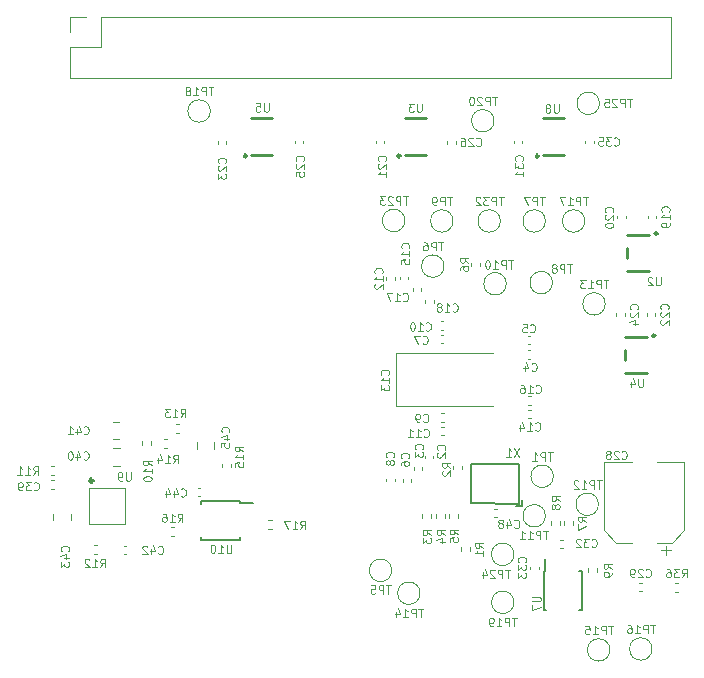
<source format=gbr>
G04 #@! TF.GenerationSoftware,KiCad,Pcbnew,7.0.5-0*
G04 #@! TF.CreationDate,2023-06-09T10:40:46+01:00*
G04 #@! TF.ProjectId,Hashat,48617368-6174-42e6-9b69-6361645f7063,rev?*
G04 #@! TF.SameCoordinates,Original*
G04 #@! TF.FileFunction,Legend,Bot*
G04 #@! TF.FilePolarity,Positive*
%FSLAX46Y46*%
G04 Gerber Fmt 4.6, Leading zero omitted, Abs format (unit mm)*
G04 Created by KiCad (PCBNEW 7.0.5-0) date 2023-06-09 10:40:46*
%MOMM*%
%LPD*%
G01*
G04 APERTURE LIST*
%ADD10C,0.100000*%
%ADD11C,0.120000*%
%ADD12C,0.250000*%
%ADD13C,0.150000*%
%ADD14C,0.306982*%
G04 APERTURE END LIST*
D10*
X92819000Y-94273633D02*
X93052333Y-93940300D01*
X93219000Y-94273633D02*
X93219000Y-93573633D01*
X93219000Y-93573633D02*
X92952333Y-93573633D01*
X92952333Y-93573633D02*
X92885667Y-93606966D01*
X92885667Y-93606966D02*
X92852333Y-93640300D01*
X92852333Y-93640300D02*
X92819000Y-93706966D01*
X92819000Y-93706966D02*
X92819000Y-93806966D01*
X92819000Y-93806966D02*
X92852333Y-93873633D01*
X92852333Y-93873633D02*
X92885667Y-93906966D01*
X92885667Y-93906966D02*
X92952333Y-93940300D01*
X92952333Y-93940300D02*
X93219000Y-93940300D01*
X92152333Y-94273633D02*
X92552333Y-94273633D01*
X92352333Y-94273633D02*
X92352333Y-93573633D01*
X92352333Y-93573633D02*
X92419000Y-93673633D01*
X92419000Y-93673633D02*
X92485667Y-93740300D01*
X92485667Y-93740300D02*
X92552333Y-93773633D01*
X91552333Y-93806966D02*
X91552333Y-94273633D01*
X91719000Y-93540300D02*
X91885666Y-94040300D01*
X91885666Y-94040300D02*
X91452333Y-94040300D01*
X100890333Y-63806633D02*
X100890333Y-64373300D01*
X100890333Y-64373300D02*
X100857000Y-64439966D01*
X100857000Y-64439966D02*
X100823666Y-64473300D01*
X100823666Y-64473300D02*
X100757000Y-64506633D01*
X100757000Y-64506633D02*
X100623666Y-64506633D01*
X100623666Y-64506633D02*
X100557000Y-64473300D01*
X100557000Y-64473300D02*
X100523666Y-64439966D01*
X100523666Y-64439966D02*
X100490333Y-64373300D01*
X100490333Y-64373300D02*
X100490333Y-63806633D01*
X99823667Y-63806633D02*
X100157000Y-63806633D01*
X100157000Y-63806633D02*
X100190333Y-64139966D01*
X100190333Y-64139966D02*
X100157000Y-64106633D01*
X100157000Y-64106633D02*
X100090333Y-64073300D01*
X100090333Y-64073300D02*
X99923667Y-64073300D01*
X99923667Y-64073300D02*
X99857000Y-64106633D01*
X99857000Y-64106633D02*
X99823667Y-64139966D01*
X99823667Y-64139966D02*
X99790333Y-64206633D01*
X99790333Y-64206633D02*
X99790333Y-64373300D01*
X99790333Y-64373300D02*
X99823667Y-64439966D01*
X99823667Y-64439966D02*
X99857000Y-64473300D01*
X99857000Y-64473300D02*
X99923667Y-64506633D01*
X99923667Y-64506633D02*
X100090333Y-64506633D01*
X100090333Y-64506633D02*
X100157000Y-64473300D01*
X100157000Y-64473300D02*
X100190333Y-64439966D01*
X124259333Y-71741633D02*
X123859333Y-71741633D01*
X124059333Y-72441633D02*
X124059333Y-71741633D01*
X123626000Y-72441633D02*
X123626000Y-71741633D01*
X123626000Y-71741633D02*
X123359333Y-71741633D01*
X123359333Y-71741633D02*
X123292667Y-71774966D01*
X123292667Y-71774966D02*
X123259333Y-71808300D01*
X123259333Y-71808300D02*
X123226000Y-71874966D01*
X123226000Y-71874966D02*
X123226000Y-71974966D01*
X123226000Y-71974966D02*
X123259333Y-72041633D01*
X123259333Y-72041633D02*
X123292667Y-72074966D01*
X123292667Y-72074966D02*
X123359333Y-72108300D01*
X123359333Y-72108300D02*
X123626000Y-72108300D01*
X122992667Y-71741633D02*
X122526000Y-71741633D01*
X122526000Y-71741633D02*
X122826000Y-72441633D01*
X113973666Y-90740966D02*
X114006999Y-90774300D01*
X114006999Y-90774300D02*
X114106999Y-90807633D01*
X114106999Y-90807633D02*
X114173666Y-90807633D01*
X114173666Y-90807633D02*
X114273666Y-90774300D01*
X114273666Y-90774300D02*
X114340333Y-90707633D01*
X114340333Y-90707633D02*
X114373666Y-90640966D01*
X114373666Y-90640966D02*
X114406999Y-90507633D01*
X114406999Y-90507633D02*
X114406999Y-90407633D01*
X114406999Y-90407633D02*
X114373666Y-90274300D01*
X114373666Y-90274300D02*
X114340333Y-90207633D01*
X114340333Y-90207633D02*
X114273666Y-90140966D01*
X114273666Y-90140966D02*
X114173666Y-90107633D01*
X114173666Y-90107633D02*
X114106999Y-90107633D01*
X114106999Y-90107633D02*
X114006999Y-90140966D01*
X114006999Y-90140966D02*
X113973666Y-90174300D01*
X113640333Y-90807633D02*
X113506999Y-90807633D01*
X113506999Y-90807633D02*
X113440333Y-90774300D01*
X113440333Y-90774300D02*
X113406999Y-90740966D01*
X113406999Y-90740966D02*
X113340333Y-90640966D01*
X113340333Y-90640966D02*
X113306999Y-90507633D01*
X113306999Y-90507633D02*
X113306999Y-90240966D01*
X113306999Y-90240966D02*
X113340333Y-90174300D01*
X113340333Y-90174300D02*
X113373666Y-90140966D01*
X113373666Y-90140966D02*
X113440333Y-90107633D01*
X113440333Y-90107633D02*
X113573666Y-90107633D01*
X113573666Y-90107633D02*
X113640333Y-90140966D01*
X113640333Y-90140966D02*
X113673666Y-90174300D01*
X113673666Y-90174300D02*
X113706999Y-90240966D01*
X113706999Y-90240966D02*
X113706999Y-90407633D01*
X113706999Y-90407633D02*
X113673666Y-90474300D01*
X113673666Y-90474300D02*
X113640333Y-90507633D01*
X113640333Y-90507633D02*
X113573666Y-90540966D01*
X113573666Y-90540966D02*
X113440333Y-90540966D01*
X113440333Y-90540966D02*
X113373666Y-90507633D01*
X113373666Y-90507633D02*
X113340333Y-90474300D01*
X113340333Y-90474300D02*
X113306999Y-90407633D01*
X133607666Y-107979633D02*
X133207666Y-107979633D01*
X133407666Y-108679633D02*
X133407666Y-107979633D01*
X132974333Y-108679633D02*
X132974333Y-107979633D01*
X132974333Y-107979633D02*
X132707666Y-107979633D01*
X132707666Y-107979633D02*
X132641000Y-108012966D01*
X132641000Y-108012966D02*
X132607666Y-108046300D01*
X132607666Y-108046300D02*
X132574333Y-108112966D01*
X132574333Y-108112966D02*
X132574333Y-108212966D01*
X132574333Y-108212966D02*
X132607666Y-108279633D01*
X132607666Y-108279633D02*
X132641000Y-108312966D01*
X132641000Y-108312966D02*
X132707666Y-108346300D01*
X132707666Y-108346300D02*
X132974333Y-108346300D01*
X131907666Y-108679633D02*
X132307666Y-108679633D01*
X132107666Y-108679633D02*
X132107666Y-107979633D01*
X132107666Y-107979633D02*
X132174333Y-108079633D01*
X132174333Y-108079633D02*
X132241000Y-108146300D01*
X132241000Y-108146300D02*
X132307666Y-108179633D01*
X131307666Y-107979633D02*
X131440999Y-107979633D01*
X131440999Y-107979633D02*
X131507666Y-108012966D01*
X131507666Y-108012966D02*
X131540999Y-108046300D01*
X131540999Y-108046300D02*
X131607666Y-108146300D01*
X131607666Y-108146300D02*
X131640999Y-108279633D01*
X131640999Y-108279633D02*
X131640999Y-108546300D01*
X131640999Y-108546300D02*
X131607666Y-108612966D01*
X131607666Y-108612966D02*
X131574333Y-108646300D01*
X131574333Y-108646300D02*
X131507666Y-108679633D01*
X131507666Y-108679633D02*
X131374333Y-108679633D01*
X131374333Y-108679633D02*
X131307666Y-108646300D01*
X131307666Y-108646300D02*
X131274333Y-108612966D01*
X131274333Y-108612966D02*
X131240999Y-108546300D01*
X131240999Y-108546300D02*
X131240999Y-108379633D01*
X131240999Y-108379633D02*
X131274333Y-108312966D01*
X131274333Y-108312966D02*
X131307666Y-108279633D01*
X131307666Y-108279633D02*
X131374333Y-108246300D01*
X131374333Y-108246300D02*
X131507666Y-108246300D01*
X131507666Y-108246300D02*
X131574333Y-108279633D01*
X131574333Y-108279633D02*
X131607666Y-108312966D01*
X131607666Y-108312966D02*
X131640999Y-108379633D01*
X130779000Y-93855966D02*
X130812333Y-93889300D01*
X130812333Y-93889300D02*
X130912333Y-93922633D01*
X130912333Y-93922633D02*
X130979000Y-93922633D01*
X130979000Y-93922633D02*
X131079000Y-93889300D01*
X131079000Y-93889300D02*
X131145667Y-93822633D01*
X131145667Y-93822633D02*
X131179000Y-93755966D01*
X131179000Y-93755966D02*
X131212333Y-93622633D01*
X131212333Y-93622633D02*
X131212333Y-93522633D01*
X131212333Y-93522633D02*
X131179000Y-93389300D01*
X131179000Y-93389300D02*
X131145667Y-93322633D01*
X131145667Y-93322633D02*
X131079000Y-93255966D01*
X131079000Y-93255966D02*
X130979000Y-93222633D01*
X130979000Y-93222633D02*
X130912333Y-93222633D01*
X130912333Y-93222633D02*
X130812333Y-93255966D01*
X130812333Y-93255966D02*
X130779000Y-93289300D01*
X130512333Y-93289300D02*
X130479000Y-93255966D01*
X130479000Y-93255966D02*
X130412333Y-93222633D01*
X130412333Y-93222633D02*
X130245667Y-93222633D01*
X130245667Y-93222633D02*
X130179000Y-93255966D01*
X130179000Y-93255966D02*
X130145667Y-93289300D01*
X130145667Y-93289300D02*
X130112333Y-93355966D01*
X130112333Y-93355966D02*
X130112333Y-93422633D01*
X130112333Y-93422633D02*
X130145667Y-93522633D01*
X130145667Y-93522633D02*
X130545667Y-93922633D01*
X130545667Y-93922633D02*
X130112333Y-93922633D01*
X129712333Y-93522633D02*
X129779000Y-93489300D01*
X129779000Y-93489300D02*
X129812333Y-93455966D01*
X129812333Y-93455966D02*
X129845666Y-93389300D01*
X129845666Y-93389300D02*
X129845666Y-93355966D01*
X129845666Y-93355966D02*
X129812333Y-93289300D01*
X129812333Y-93289300D02*
X129779000Y-93255966D01*
X129779000Y-93255966D02*
X129712333Y-93222633D01*
X129712333Y-93222633D02*
X129579000Y-93222633D01*
X129579000Y-93222633D02*
X129512333Y-93255966D01*
X129512333Y-93255966D02*
X129479000Y-93289300D01*
X129479000Y-93289300D02*
X129445666Y-93355966D01*
X129445666Y-93355966D02*
X129445666Y-93389300D01*
X129445666Y-93389300D02*
X129479000Y-93455966D01*
X129479000Y-93455966D02*
X129512333Y-93489300D01*
X129512333Y-93489300D02*
X129579000Y-93522633D01*
X129579000Y-93522633D02*
X129712333Y-93522633D01*
X129712333Y-93522633D02*
X129779000Y-93555966D01*
X129779000Y-93555966D02*
X129812333Y-93589300D01*
X129812333Y-93589300D02*
X129845666Y-93655966D01*
X129845666Y-93655966D02*
X129845666Y-93789300D01*
X129845666Y-93789300D02*
X129812333Y-93855966D01*
X129812333Y-93855966D02*
X129779000Y-93889300D01*
X129779000Y-93889300D02*
X129712333Y-93922633D01*
X129712333Y-93922633D02*
X129579000Y-93922633D01*
X129579000Y-93922633D02*
X129512333Y-93889300D01*
X129512333Y-93889300D02*
X129479000Y-93855966D01*
X129479000Y-93855966D02*
X129445666Y-93789300D01*
X129445666Y-93789300D02*
X129445666Y-93655966D01*
X129445666Y-93655966D02*
X129479000Y-93589300D01*
X129479000Y-93589300D02*
X129512333Y-93555966D01*
X129512333Y-93555966D02*
X129579000Y-93522633D01*
X111454966Y-93752333D02*
X111488300Y-93719000D01*
X111488300Y-93719000D02*
X111521633Y-93619000D01*
X111521633Y-93619000D02*
X111521633Y-93552333D01*
X111521633Y-93552333D02*
X111488300Y-93452333D01*
X111488300Y-93452333D02*
X111421633Y-93385667D01*
X111421633Y-93385667D02*
X111354966Y-93352333D01*
X111354966Y-93352333D02*
X111221633Y-93319000D01*
X111221633Y-93319000D02*
X111121633Y-93319000D01*
X111121633Y-93319000D02*
X110988300Y-93352333D01*
X110988300Y-93352333D02*
X110921633Y-93385667D01*
X110921633Y-93385667D02*
X110854966Y-93452333D01*
X110854966Y-93452333D02*
X110821633Y-93552333D01*
X110821633Y-93552333D02*
X110821633Y-93619000D01*
X110821633Y-93619000D02*
X110854966Y-93719000D01*
X110854966Y-93719000D02*
X110888300Y-93752333D01*
X111121633Y-94152333D02*
X111088300Y-94085667D01*
X111088300Y-94085667D02*
X111054966Y-94052333D01*
X111054966Y-94052333D02*
X110988300Y-94019000D01*
X110988300Y-94019000D02*
X110954966Y-94019000D01*
X110954966Y-94019000D02*
X110888300Y-94052333D01*
X110888300Y-94052333D02*
X110854966Y-94085667D01*
X110854966Y-94085667D02*
X110821633Y-94152333D01*
X110821633Y-94152333D02*
X110821633Y-94285667D01*
X110821633Y-94285667D02*
X110854966Y-94352333D01*
X110854966Y-94352333D02*
X110888300Y-94385667D01*
X110888300Y-94385667D02*
X110954966Y-94419000D01*
X110954966Y-94419000D02*
X110988300Y-94419000D01*
X110988300Y-94419000D02*
X111054966Y-94385667D01*
X111054966Y-94385667D02*
X111088300Y-94352333D01*
X111088300Y-94352333D02*
X111121633Y-94285667D01*
X111121633Y-94285667D02*
X111121633Y-94152333D01*
X111121633Y-94152333D02*
X111154966Y-94085667D01*
X111154966Y-94085667D02*
X111188300Y-94052333D01*
X111188300Y-94052333D02*
X111254966Y-94019000D01*
X111254966Y-94019000D02*
X111388300Y-94019000D01*
X111388300Y-94019000D02*
X111454966Y-94052333D01*
X111454966Y-94052333D02*
X111488300Y-94085667D01*
X111488300Y-94085667D02*
X111521633Y-94152333D01*
X111521633Y-94152333D02*
X111521633Y-94285667D01*
X111521633Y-94285667D02*
X111488300Y-94352333D01*
X111488300Y-94352333D02*
X111454966Y-94385667D01*
X111454966Y-94385667D02*
X111388300Y-94419000D01*
X111388300Y-94419000D02*
X111254966Y-94419000D01*
X111254966Y-94419000D02*
X111188300Y-94385667D01*
X111188300Y-94385667D02*
X111154966Y-94352333D01*
X111154966Y-94352333D02*
X111121633Y-94285667D01*
X123213633Y-105585666D02*
X123780300Y-105585666D01*
X123780300Y-105585666D02*
X123846966Y-105619000D01*
X123846966Y-105619000D02*
X123880300Y-105652333D01*
X123880300Y-105652333D02*
X123913633Y-105719000D01*
X123913633Y-105719000D02*
X123913633Y-105852333D01*
X123913633Y-105852333D02*
X123880300Y-105919000D01*
X123880300Y-105919000D02*
X123846966Y-105952333D01*
X123846966Y-105952333D02*
X123780300Y-105985666D01*
X123780300Y-105985666D02*
X123213633Y-105985666D01*
X123213633Y-106252333D02*
X123213633Y-106718999D01*
X123213633Y-106718999D02*
X123913633Y-106418999D01*
X134068333Y-78524633D02*
X134068333Y-79091300D01*
X134068333Y-79091300D02*
X134035000Y-79157966D01*
X134035000Y-79157966D02*
X134001666Y-79191300D01*
X134001666Y-79191300D02*
X133935000Y-79224633D01*
X133935000Y-79224633D02*
X133801666Y-79224633D01*
X133801666Y-79224633D02*
X133735000Y-79191300D01*
X133735000Y-79191300D02*
X133701666Y-79157966D01*
X133701666Y-79157966D02*
X133668333Y-79091300D01*
X133668333Y-79091300D02*
X133668333Y-78524633D01*
X133368333Y-78591300D02*
X133335000Y-78557966D01*
X133335000Y-78557966D02*
X133268333Y-78524633D01*
X133268333Y-78524633D02*
X133101667Y-78524633D01*
X133101667Y-78524633D02*
X133035000Y-78557966D01*
X133035000Y-78557966D02*
X133001667Y-78591300D01*
X133001667Y-78591300D02*
X132968333Y-78657966D01*
X132968333Y-78657966D02*
X132968333Y-78724633D01*
X132968333Y-78724633D02*
X133001667Y-78824633D01*
X133001667Y-78824633D02*
X133401667Y-79224633D01*
X133401667Y-79224633D02*
X132968333Y-79224633D01*
X97213966Y-68851999D02*
X97247300Y-68818666D01*
X97247300Y-68818666D02*
X97280633Y-68718666D01*
X97280633Y-68718666D02*
X97280633Y-68651999D01*
X97280633Y-68651999D02*
X97247300Y-68551999D01*
X97247300Y-68551999D02*
X97180633Y-68485333D01*
X97180633Y-68485333D02*
X97113966Y-68451999D01*
X97113966Y-68451999D02*
X96980633Y-68418666D01*
X96980633Y-68418666D02*
X96880633Y-68418666D01*
X96880633Y-68418666D02*
X96747300Y-68451999D01*
X96747300Y-68451999D02*
X96680633Y-68485333D01*
X96680633Y-68485333D02*
X96613966Y-68551999D01*
X96613966Y-68551999D02*
X96580633Y-68651999D01*
X96580633Y-68651999D02*
X96580633Y-68718666D01*
X96580633Y-68718666D02*
X96613966Y-68818666D01*
X96613966Y-68818666D02*
X96647300Y-68851999D01*
X96647300Y-69118666D02*
X96613966Y-69151999D01*
X96613966Y-69151999D02*
X96580633Y-69218666D01*
X96580633Y-69218666D02*
X96580633Y-69385333D01*
X96580633Y-69385333D02*
X96613966Y-69451999D01*
X96613966Y-69451999D02*
X96647300Y-69485333D01*
X96647300Y-69485333D02*
X96713966Y-69518666D01*
X96713966Y-69518666D02*
X96780633Y-69518666D01*
X96780633Y-69518666D02*
X96880633Y-69485333D01*
X96880633Y-69485333D02*
X97280633Y-69085333D01*
X97280633Y-69085333D02*
X97280633Y-69518666D01*
X96580633Y-69752000D02*
X96580633Y-70185333D01*
X96580633Y-70185333D02*
X96847300Y-69952000D01*
X96847300Y-69952000D02*
X96847300Y-70052000D01*
X96847300Y-70052000D02*
X96880633Y-70118666D01*
X96880633Y-70118666D02*
X96913966Y-70152000D01*
X96913966Y-70152000D02*
X96980633Y-70185333D01*
X96980633Y-70185333D02*
X97147300Y-70185333D01*
X97147300Y-70185333D02*
X97213966Y-70152000D01*
X97213966Y-70152000D02*
X97247300Y-70118666D01*
X97247300Y-70118666D02*
X97280633Y-70052000D01*
X97280633Y-70052000D02*
X97280633Y-69852000D01*
X97280633Y-69852000D02*
X97247300Y-69785333D01*
X97247300Y-69785333D02*
X97213966Y-69752000D01*
X110754966Y-68675999D02*
X110788300Y-68642666D01*
X110788300Y-68642666D02*
X110821633Y-68542666D01*
X110821633Y-68542666D02*
X110821633Y-68475999D01*
X110821633Y-68475999D02*
X110788300Y-68375999D01*
X110788300Y-68375999D02*
X110721633Y-68309333D01*
X110721633Y-68309333D02*
X110654966Y-68275999D01*
X110654966Y-68275999D02*
X110521633Y-68242666D01*
X110521633Y-68242666D02*
X110421633Y-68242666D01*
X110421633Y-68242666D02*
X110288300Y-68275999D01*
X110288300Y-68275999D02*
X110221633Y-68309333D01*
X110221633Y-68309333D02*
X110154966Y-68375999D01*
X110154966Y-68375999D02*
X110121633Y-68475999D01*
X110121633Y-68475999D02*
X110121633Y-68542666D01*
X110121633Y-68542666D02*
X110154966Y-68642666D01*
X110154966Y-68642666D02*
X110188300Y-68675999D01*
X110188300Y-68942666D02*
X110154966Y-68975999D01*
X110154966Y-68975999D02*
X110121633Y-69042666D01*
X110121633Y-69042666D02*
X110121633Y-69209333D01*
X110121633Y-69209333D02*
X110154966Y-69275999D01*
X110154966Y-69275999D02*
X110188300Y-69309333D01*
X110188300Y-69309333D02*
X110254966Y-69342666D01*
X110254966Y-69342666D02*
X110321633Y-69342666D01*
X110321633Y-69342666D02*
X110421633Y-69309333D01*
X110421633Y-69309333D02*
X110821633Y-68909333D01*
X110821633Y-68909333D02*
X110821633Y-69342666D01*
X110821633Y-70009333D02*
X110821633Y-69609333D01*
X110821633Y-69809333D02*
X110121633Y-69809333D01*
X110121633Y-69809333D02*
X110221633Y-69742666D01*
X110221633Y-69742666D02*
X110288300Y-69676000D01*
X110288300Y-69676000D02*
X110321633Y-69609333D01*
X116281633Y-94662333D02*
X115948300Y-94429000D01*
X116281633Y-94262333D02*
X115581633Y-94262333D01*
X115581633Y-94262333D02*
X115581633Y-94529000D01*
X115581633Y-94529000D02*
X115614966Y-94595667D01*
X115614966Y-94595667D02*
X115648300Y-94629000D01*
X115648300Y-94629000D02*
X115714966Y-94662333D01*
X115714966Y-94662333D02*
X115814966Y-94662333D01*
X115814966Y-94662333D02*
X115881633Y-94629000D01*
X115881633Y-94629000D02*
X115914966Y-94595667D01*
X115914966Y-94595667D02*
X115948300Y-94529000D01*
X115948300Y-94529000D02*
X115948300Y-94262333D01*
X115648300Y-94929000D02*
X115614966Y-94962333D01*
X115614966Y-94962333D02*
X115581633Y-95029000D01*
X115581633Y-95029000D02*
X115581633Y-95195667D01*
X115581633Y-95195667D02*
X115614966Y-95262333D01*
X115614966Y-95262333D02*
X115648300Y-95295667D01*
X115648300Y-95295667D02*
X115714966Y-95329000D01*
X115714966Y-95329000D02*
X115781633Y-95329000D01*
X115781633Y-95329000D02*
X115881633Y-95295667D01*
X115881633Y-95295667D02*
X116281633Y-94895667D01*
X116281633Y-94895667D02*
X116281633Y-95329000D01*
X128228000Y-101312966D02*
X128261333Y-101346300D01*
X128261333Y-101346300D02*
X128361333Y-101379633D01*
X128361333Y-101379633D02*
X128428000Y-101379633D01*
X128428000Y-101379633D02*
X128528000Y-101346300D01*
X128528000Y-101346300D02*
X128594667Y-101279633D01*
X128594667Y-101279633D02*
X128628000Y-101212966D01*
X128628000Y-101212966D02*
X128661333Y-101079633D01*
X128661333Y-101079633D02*
X128661333Y-100979633D01*
X128661333Y-100979633D02*
X128628000Y-100846300D01*
X128628000Y-100846300D02*
X128594667Y-100779633D01*
X128594667Y-100779633D02*
X128528000Y-100712966D01*
X128528000Y-100712966D02*
X128428000Y-100679633D01*
X128428000Y-100679633D02*
X128361333Y-100679633D01*
X128361333Y-100679633D02*
X128261333Y-100712966D01*
X128261333Y-100712966D02*
X128228000Y-100746300D01*
X127994667Y-100679633D02*
X127561333Y-100679633D01*
X127561333Y-100679633D02*
X127794667Y-100946300D01*
X127794667Y-100946300D02*
X127694667Y-100946300D01*
X127694667Y-100946300D02*
X127628000Y-100979633D01*
X127628000Y-100979633D02*
X127594667Y-101012966D01*
X127594667Y-101012966D02*
X127561333Y-101079633D01*
X127561333Y-101079633D02*
X127561333Y-101246300D01*
X127561333Y-101246300D02*
X127594667Y-101312966D01*
X127594667Y-101312966D02*
X127628000Y-101346300D01*
X127628000Y-101346300D02*
X127694667Y-101379633D01*
X127694667Y-101379633D02*
X127894667Y-101379633D01*
X127894667Y-101379633D02*
X127961333Y-101346300D01*
X127961333Y-101346300D02*
X127994667Y-101312966D01*
X127294666Y-100746300D02*
X127261333Y-100712966D01*
X127261333Y-100712966D02*
X127194666Y-100679633D01*
X127194666Y-100679633D02*
X127028000Y-100679633D01*
X127028000Y-100679633D02*
X126961333Y-100712966D01*
X126961333Y-100712966D02*
X126928000Y-100746300D01*
X126928000Y-100746300D02*
X126894666Y-100812966D01*
X126894666Y-100812966D02*
X126894666Y-100879633D01*
X126894666Y-100879633D02*
X126928000Y-100979633D01*
X126928000Y-100979633D02*
X127328000Y-101379633D01*
X127328000Y-101379633D02*
X126894666Y-101379633D01*
X122362966Y-68655999D02*
X122396300Y-68622666D01*
X122396300Y-68622666D02*
X122429633Y-68522666D01*
X122429633Y-68522666D02*
X122429633Y-68455999D01*
X122429633Y-68455999D02*
X122396300Y-68355999D01*
X122396300Y-68355999D02*
X122329633Y-68289333D01*
X122329633Y-68289333D02*
X122262966Y-68255999D01*
X122262966Y-68255999D02*
X122129633Y-68222666D01*
X122129633Y-68222666D02*
X122029633Y-68222666D01*
X122029633Y-68222666D02*
X121896300Y-68255999D01*
X121896300Y-68255999D02*
X121829633Y-68289333D01*
X121829633Y-68289333D02*
X121762966Y-68355999D01*
X121762966Y-68355999D02*
X121729633Y-68455999D01*
X121729633Y-68455999D02*
X121729633Y-68522666D01*
X121729633Y-68522666D02*
X121762966Y-68622666D01*
X121762966Y-68622666D02*
X121796300Y-68655999D01*
X121729633Y-68889333D02*
X121729633Y-69322666D01*
X121729633Y-69322666D02*
X121996300Y-69089333D01*
X121996300Y-69089333D02*
X121996300Y-69189333D01*
X121996300Y-69189333D02*
X122029633Y-69255999D01*
X122029633Y-69255999D02*
X122062966Y-69289333D01*
X122062966Y-69289333D02*
X122129633Y-69322666D01*
X122129633Y-69322666D02*
X122296300Y-69322666D01*
X122296300Y-69322666D02*
X122362966Y-69289333D01*
X122362966Y-69289333D02*
X122396300Y-69255999D01*
X122396300Y-69255999D02*
X122429633Y-69189333D01*
X122429633Y-69189333D02*
X122429633Y-68989333D01*
X122429633Y-68989333D02*
X122396300Y-68922666D01*
X122396300Y-68922666D02*
X122362966Y-68889333D01*
X122429633Y-69989333D02*
X122429633Y-69589333D01*
X122429633Y-69789333D02*
X121729633Y-69789333D01*
X121729633Y-69789333D02*
X121829633Y-69722666D01*
X121829633Y-69722666D02*
X121896300Y-69656000D01*
X121896300Y-69656000D02*
X121929633Y-69589333D01*
X90990015Y-94470999D02*
X90656682Y-94237666D01*
X90990015Y-94070999D02*
X90290015Y-94070999D01*
X90290015Y-94070999D02*
X90290015Y-94337666D01*
X90290015Y-94337666D02*
X90323348Y-94404333D01*
X90323348Y-94404333D02*
X90356682Y-94437666D01*
X90356682Y-94437666D02*
X90423348Y-94470999D01*
X90423348Y-94470999D02*
X90523348Y-94470999D01*
X90523348Y-94470999D02*
X90590015Y-94437666D01*
X90590015Y-94437666D02*
X90623348Y-94404333D01*
X90623348Y-94404333D02*
X90656682Y-94337666D01*
X90656682Y-94337666D02*
X90656682Y-94070999D01*
X90990015Y-95137666D02*
X90990015Y-94737666D01*
X90990015Y-94937666D02*
X90290015Y-94937666D01*
X90290015Y-94937666D02*
X90390015Y-94870999D01*
X90390015Y-94870999D02*
X90456682Y-94804333D01*
X90456682Y-94804333D02*
X90490015Y-94737666D01*
X90290015Y-95571000D02*
X90290015Y-95637666D01*
X90290015Y-95637666D02*
X90323348Y-95704333D01*
X90323348Y-95704333D02*
X90356682Y-95737666D01*
X90356682Y-95737666D02*
X90423348Y-95771000D01*
X90423348Y-95771000D02*
X90556682Y-95804333D01*
X90556682Y-95804333D02*
X90723348Y-95804333D01*
X90723348Y-95804333D02*
X90856682Y-95771000D01*
X90856682Y-95771000D02*
X90923348Y-95737666D01*
X90923348Y-95737666D02*
X90956682Y-95704333D01*
X90956682Y-95704333D02*
X90990015Y-95637666D01*
X90990015Y-95637666D02*
X90990015Y-95571000D01*
X90990015Y-95571000D02*
X90956682Y-95504333D01*
X90956682Y-95504333D02*
X90923348Y-95471000D01*
X90923348Y-95471000D02*
X90856682Y-95437666D01*
X90856682Y-95437666D02*
X90723348Y-95404333D01*
X90723348Y-95404333D02*
X90556682Y-95404333D01*
X90556682Y-95404333D02*
X90423348Y-95437666D01*
X90423348Y-95437666D02*
X90356682Y-95471000D01*
X90356682Y-95471000D02*
X90323348Y-95504333D01*
X90323348Y-95504333D02*
X90290015Y-95571000D01*
X121583666Y-77103633D02*
X121183666Y-77103633D01*
X121383666Y-77803633D02*
X121383666Y-77103633D01*
X120950333Y-77803633D02*
X120950333Y-77103633D01*
X120950333Y-77103633D02*
X120683666Y-77103633D01*
X120683666Y-77103633D02*
X120617000Y-77136966D01*
X120617000Y-77136966D02*
X120583666Y-77170300D01*
X120583666Y-77170300D02*
X120550333Y-77236966D01*
X120550333Y-77236966D02*
X120550333Y-77336966D01*
X120550333Y-77336966D02*
X120583666Y-77403633D01*
X120583666Y-77403633D02*
X120617000Y-77436966D01*
X120617000Y-77436966D02*
X120683666Y-77470300D01*
X120683666Y-77470300D02*
X120950333Y-77470300D01*
X119883666Y-77803633D02*
X120283666Y-77803633D01*
X120083666Y-77803633D02*
X120083666Y-77103633D01*
X120083666Y-77103633D02*
X120150333Y-77203633D01*
X120150333Y-77203633D02*
X120217000Y-77270300D01*
X120217000Y-77270300D02*
X120283666Y-77303633D01*
X119450333Y-77103633D02*
X119383666Y-77103633D01*
X119383666Y-77103633D02*
X119316999Y-77136966D01*
X119316999Y-77136966D02*
X119283666Y-77170300D01*
X119283666Y-77170300D02*
X119250333Y-77236966D01*
X119250333Y-77236966D02*
X119216999Y-77370300D01*
X119216999Y-77370300D02*
X119216999Y-77536966D01*
X119216999Y-77536966D02*
X119250333Y-77670300D01*
X119250333Y-77670300D02*
X119283666Y-77736966D01*
X119283666Y-77736966D02*
X119316999Y-77770300D01*
X119316999Y-77770300D02*
X119383666Y-77803633D01*
X119383666Y-77803633D02*
X119450333Y-77803633D01*
X119450333Y-77803633D02*
X119516999Y-77770300D01*
X119516999Y-77770300D02*
X119550333Y-77736966D01*
X119550333Y-77736966D02*
X119583666Y-77670300D01*
X119583666Y-77670300D02*
X119616999Y-77536966D01*
X119616999Y-77536966D02*
X119616999Y-77370300D01*
X119616999Y-77370300D02*
X119583666Y-77236966D01*
X119583666Y-77236966D02*
X119550333Y-77170300D01*
X119550333Y-77170300D02*
X119516999Y-77136966D01*
X119516999Y-77136966D02*
X119450333Y-77103633D01*
X89195715Y-95054633D02*
X89195715Y-95621300D01*
X89195715Y-95621300D02*
X89162382Y-95687966D01*
X89162382Y-95687966D02*
X89129048Y-95721300D01*
X89129048Y-95721300D02*
X89062382Y-95754633D01*
X89062382Y-95754633D02*
X88929048Y-95754633D01*
X88929048Y-95754633D02*
X88862382Y-95721300D01*
X88862382Y-95721300D02*
X88829048Y-95687966D01*
X88829048Y-95687966D02*
X88795715Y-95621300D01*
X88795715Y-95621300D02*
X88795715Y-95054633D01*
X88429049Y-95754633D02*
X88295715Y-95754633D01*
X88295715Y-95754633D02*
X88229049Y-95721300D01*
X88229049Y-95721300D02*
X88195715Y-95687966D01*
X88195715Y-95687966D02*
X88129049Y-95587966D01*
X88129049Y-95587966D02*
X88095715Y-95454633D01*
X88095715Y-95454633D02*
X88095715Y-95187966D01*
X88095715Y-95187966D02*
X88129049Y-95121300D01*
X88129049Y-95121300D02*
X88162382Y-95087966D01*
X88162382Y-95087966D02*
X88229049Y-95054633D01*
X88229049Y-95054633D02*
X88362382Y-95054633D01*
X88362382Y-95054633D02*
X88429049Y-95087966D01*
X88429049Y-95087966D02*
X88462382Y-95121300D01*
X88462382Y-95121300D02*
X88495715Y-95187966D01*
X88495715Y-95187966D02*
X88495715Y-95354633D01*
X88495715Y-95354633D02*
X88462382Y-95421300D01*
X88462382Y-95421300D02*
X88429049Y-95454633D01*
X88429049Y-95454633D02*
X88362382Y-95487966D01*
X88362382Y-95487966D02*
X88229049Y-95487966D01*
X88229049Y-95487966D02*
X88162382Y-95454633D01*
X88162382Y-95454633D02*
X88129049Y-95421300D01*
X88129049Y-95421300D02*
X88095715Y-95354633D01*
X122121667Y-93017633D02*
X121655000Y-93717633D01*
X121655000Y-93017633D02*
X122121667Y-93717633D01*
X121021666Y-93717633D02*
X121421666Y-93717633D01*
X121221666Y-93717633D02*
X121221666Y-93017633D01*
X121221666Y-93017633D02*
X121288333Y-93117633D01*
X121288333Y-93117633D02*
X121355000Y-93184300D01*
X121355000Y-93184300D02*
X121421666Y-93217633D01*
X93192000Y-99247633D02*
X93425333Y-98914300D01*
X93592000Y-99247633D02*
X93592000Y-98547633D01*
X93592000Y-98547633D02*
X93325333Y-98547633D01*
X93325333Y-98547633D02*
X93258667Y-98580966D01*
X93258667Y-98580966D02*
X93225333Y-98614300D01*
X93225333Y-98614300D02*
X93192000Y-98680966D01*
X93192000Y-98680966D02*
X93192000Y-98780966D01*
X93192000Y-98780966D02*
X93225333Y-98847633D01*
X93225333Y-98847633D02*
X93258667Y-98880966D01*
X93258667Y-98880966D02*
X93325333Y-98914300D01*
X93325333Y-98914300D02*
X93592000Y-98914300D01*
X92525333Y-99247633D02*
X92925333Y-99247633D01*
X92725333Y-99247633D02*
X92725333Y-98547633D01*
X92725333Y-98547633D02*
X92792000Y-98647633D01*
X92792000Y-98647633D02*
X92858667Y-98714300D01*
X92858667Y-98714300D02*
X92925333Y-98747633D01*
X91925333Y-98547633D02*
X92058666Y-98547633D01*
X92058666Y-98547633D02*
X92125333Y-98580966D01*
X92125333Y-98580966D02*
X92158666Y-98614300D01*
X92158666Y-98614300D02*
X92225333Y-98714300D01*
X92225333Y-98714300D02*
X92258666Y-98847633D01*
X92258666Y-98847633D02*
X92258666Y-99114300D01*
X92258666Y-99114300D02*
X92225333Y-99180966D01*
X92225333Y-99180966D02*
X92192000Y-99214300D01*
X92192000Y-99214300D02*
X92125333Y-99247633D01*
X92125333Y-99247633D02*
X91992000Y-99247633D01*
X91992000Y-99247633D02*
X91925333Y-99214300D01*
X91925333Y-99214300D02*
X91892000Y-99180966D01*
X91892000Y-99180966D02*
X91858666Y-99114300D01*
X91858666Y-99114300D02*
X91858666Y-98947633D01*
X91858666Y-98947633D02*
X91892000Y-98880966D01*
X91892000Y-98880966D02*
X91925333Y-98847633D01*
X91925333Y-98847633D02*
X91992000Y-98814300D01*
X91992000Y-98814300D02*
X92125333Y-98814300D01*
X92125333Y-98814300D02*
X92192000Y-98847633D01*
X92192000Y-98847633D02*
X92225333Y-98880966D01*
X92225333Y-98880966D02*
X92258666Y-98947633D01*
X111228333Y-104622633D02*
X110828333Y-104622633D01*
X111028333Y-105322633D02*
X111028333Y-104622633D01*
X110595000Y-105322633D02*
X110595000Y-104622633D01*
X110595000Y-104622633D02*
X110328333Y-104622633D01*
X110328333Y-104622633D02*
X110261667Y-104655966D01*
X110261667Y-104655966D02*
X110228333Y-104689300D01*
X110228333Y-104689300D02*
X110195000Y-104755966D01*
X110195000Y-104755966D02*
X110195000Y-104855966D01*
X110195000Y-104855966D02*
X110228333Y-104922633D01*
X110228333Y-104922633D02*
X110261667Y-104955966D01*
X110261667Y-104955966D02*
X110328333Y-104989300D01*
X110328333Y-104989300D02*
X110595000Y-104989300D01*
X109561667Y-104622633D02*
X109895000Y-104622633D01*
X109895000Y-104622633D02*
X109928333Y-104955966D01*
X109928333Y-104955966D02*
X109895000Y-104922633D01*
X109895000Y-104922633D02*
X109828333Y-104889300D01*
X109828333Y-104889300D02*
X109661667Y-104889300D01*
X109661667Y-104889300D02*
X109595000Y-104922633D01*
X109595000Y-104922633D02*
X109561667Y-104955966D01*
X109561667Y-104955966D02*
X109528333Y-105022633D01*
X109528333Y-105022633D02*
X109528333Y-105189300D01*
X109528333Y-105189300D02*
X109561667Y-105255966D01*
X109561667Y-105255966D02*
X109595000Y-105289300D01*
X109595000Y-105289300D02*
X109661667Y-105322633D01*
X109661667Y-105322633D02*
X109828333Y-105322633D01*
X109828333Y-105322633D02*
X109895000Y-105289300D01*
X109895000Y-105289300D02*
X109928333Y-105255966D01*
X97731666Y-101180633D02*
X97731666Y-101747300D01*
X97731666Y-101747300D02*
X97698333Y-101813966D01*
X97698333Y-101813966D02*
X97664999Y-101847300D01*
X97664999Y-101847300D02*
X97598333Y-101880633D01*
X97598333Y-101880633D02*
X97464999Y-101880633D01*
X97464999Y-101880633D02*
X97398333Y-101847300D01*
X97398333Y-101847300D02*
X97364999Y-101813966D01*
X97364999Y-101813966D02*
X97331666Y-101747300D01*
X97331666Y-101747300D02*
X97331666Y-101180633D01*
X96631666Y-101880633D02*
X97031666Y-101880633D01*
X96831666Y-101880633D02*
X96831666Y-101180633D01*
X96831666Y-101180633D02*
X96898333Y-101280633D01*
X96898333Y-101280633D02*
X96965000Y-101347300D01*
X96965000Y-101347300D02*
X97031666Y-101380633D01*
X96198333Y-101180633D02*
X96131666Y-101180633D01*
X96131666Y-101180633D02*
X96064999Y-101213966D01*
X96064999Y-101213966D02*
X96031666Y-101247300D01*
X96031666Y-101247300D02*
X95998333Y-101313966D01*
X95998333Y-101313966D02*
X95964999Y-101447300D01*
X95964999Y-101447300D02*
X95964999Y-101613966D01*
X95964999Y-101613966D02*
X95998333Y-101747300D01*
X95998333Y-101747300D02*
X96031666Y-101813966D01*
X96031666Y-101813966D02*
X96064999Y-101847300D01*
X96064999Y-101847300D02*
X96131666Y-101880633D01*
X96131666Y-101880633D02*
X96198333Y-101880633D01*
X96198333Y-101880633D02*
X96264999Y-101847300D01*
X96264999Y-101847300D02*
X96298333Y-101813966D01*
X96298333Y-101813966D02*
X96331666Y-101747300D01*
X96331666Y-101747300D02*
X96364999Y-101613966D01*
X96364999Y-101613966D02*
X96364999Y-101447300D01*
X96364999Y-101447300D02*
X96331666Y-101313966D01*
X96331666Y-101313966D02*
X96298333Y-101247300D01*
X96298333Y-101247300D02*
X96264999Y-101213966D01*
X96264999Y-101213966D02*
X96198333Y-101180633D01*
X116921633Y-100301333D02*
X116588300Y-100068000D01*
X116921633Y-99901333D02*
X116221633Y-99901333D01*
X116221633Y-99901333D02*
X116221633Y-100168000D01*
X116221633Y-100168000D02*
X116254966Y-100234667D01*
X116254966Y-100234667D02*
X116288300Y-100268000D01*
X116288300Y-100268000D02*
X116354966Y-100301333D01*
X116354966Y-100301333D02*
X116454966Y-100301333D01*
X116454966Y-100301333D02*
X116521633Y-100268000D01*
X116521633Y-100268000D02*
X116554966Y-100234667D01*
X116554966Y-100234667D02*
X116588300Y-100168000D01*
X116588300Y-100168000D02*
X116588300Y-99901333D01*
X116221633Y-100934667D02*
X116221633Y-100601333D01*
X116221633Y-100601333D02*
X116554966Y-100568000D01*
X116554966Y-100568000D02*
X116521633Y-100601333D01*
X116521633Y-100601333D02*
X116488300Y-100668000D01*
X116488300Y-100668000D02*
X116488300Y-100834667D01*
X116488300Y-100834667D02*
X116521633Y-100901333D01*
X116521633Y-100901333D02*
X116554966Y-100934667D01*
X116554966Y-100934667D02*
X116621633Y-100968000D01*
X116621633Y-100968000D02*
X116788300Y-100968000D01*
X116788300Y-100968000D02*
X116854966Y-100934667D01*
X116854966Y-100934667D02*
X116888300Y-100901333D01*
X116888300Y-100901333D02*
X116921633Y-100834667D01*
X116921633Y-100834667D02*
X116921633Y-100668000D01*
X116921633Y-100668000D02*
X116888300Y-100601333D01*
X116888300Y-100601333D02*
X116854966Y-100568000D01*
X131665666Y-63413633D02*
X131265666Y-63413633D01*
X131465666Y-64113633D02*
X131465666Y-63413633D01*
X131032333Y-64113633D02*
X131032333Y-63413633D01*
X131032333Y-63413633D02*
X130765666Y-63413633D01*
X130765666Y-63413633D02*
X130699000Y-63446966D01*
X130699000Y-63446966D02*
X130665666Y-63480300D01*
X130665666Y-63480300D02*
X130632333Y-63546966D01*
X130632333Y-63546966D02*
X130632333Y-63646966D01*
X130632333Y-63646966D02*
X130665666Y-63713633D01*
X130665666Y-63713633D02*
X130699000Y-63746966D01*
X130699000Y-63746966D02*
X130765666Y-63780300D01*
X130765666Y-63780300D02*
X131032333Y-63780300D01*
X130365666Y-63480300D02*
X130332333Y-63446966D01*
X130332333Y-63446966D02*
X130265666Y-63413633D01*
X130265666Y-63413633D02*
X130099000Y-63413633D01*
X130099000Y-63413633D02*
X130032333Y-63446966D01*
X130032333Y-63446966D02*
X129999000Y-63480300D01*
X129999000Y-63480300D02*
X129965666Y-63546966D01*
X129965666Y-63546966D02*
X129965666Y-63613633D01*
X129965666Y-63613633D02*
X129999000Y-63713633D01*
X129999000Y-63713633D02*
X130399000Y-64113633D01*
X130399000Y-64113633D02*
X129965666Y-64113633D01*
X129332333Y-63413633D02*
X129665666Y-63413633D01*
X129665666Y-63413633D02*
X129698999Y-63746966D01*
X129698999Y-63746966D02*
X129665666Y-63713633D01*
X129665666Y-63713633D02*
X129598999Y-63680300D01*
X129598999Y-63680300D02*
X129432333Y-63680300D01*
X129432333Y-63680300D02*
X129365666Y-63713633D01*
X129365666Y-63713633D02*
X129332333Y-63746966D01*
X129332333Y-63746966D02*
X129298999Y-63813633D01*
X129298999Y-63813633D02*
X129298999Y-63980300D01*
X129298999Y-63980300D02*
X129332333Y-64046966D01*
X129332333Y-64046966D02*
X129365666Y-64080300D01*
X129365666Y-64080300D02*
X129432333Y-64113633D01*
X129432333Y-64113633D02*
X129598999Y-64113633D01*
X129598999Y-64113633D02*
X129665666Y-64080300D01*
X129665666Y-64080300D02*
X129698999Y-64046966D01*
X93462000Y-97043966D02*
X93495333Y-97077300D01*
X93495333Y-97077300D02*
X93595333Y-97110633D01*
X93595333Y-97110633D02*
X93662000Y-97110633D01*
X93662000Y-97110633D02*
X93762000Y-97077300D01*
X93762000Y-97077300D02*
X93828667Y-97010633D01*
X93828667Y-97010633D02*
X93862000Y-96943966D01*
X93862000Y-96943966D02*
X93895333Y-96810633D01*
X93895333Y-96810633D02*
X93895333Y-96710633D01*
X93895333Y-96710633D02*
X93862000Y-96577300D01*
X93862000Y-96577300D02*
X93828667Y-96510633D01*
X93828667Y-96510633D02*
X93762000Y-96443966D01*
X93762000Y-96443966D02*
X93662000Y-96410633D01*
X93662000Y-96410633D02*
X93595333Y-96410633D01*
X93595333Y-96410633D02*
X93495333Y-96443966D01*
X93495333Y-96443966D02*
X93462000Y-96477300D01*
X92862000Y-96643966D02*
X92862000Y-97110633D01*
X93028667Y-96377300D02*
X93195333Y-96877300D01*
X93195333Y-96877300D02*
X92762000Y-96877300D01*
X92195333Y-96643966D02*
X92195333Y-97110633D01*
X92362000Y-96377300D02*
X92528666Y-96877300D01*
X92528666Y-96877300D02*
X92095333Y-96877300D01*
X125429333Y-63905633D02*
X125429333Y-64472300D01*
X125429333Y-64472300D02*
X125396000Y-64538966D01*
X125396000Y-64538966D02*
X125362666Y-64572300D01*
X125362666Y-64572300D02*
X125296000Y-64605633D01*
X125296000Y-64605633D02*
X125162666Y-64605633D01*
X125162666Y-64605633D02*
X125096000Y-64572300D01*
X125096000Y-64572300D02*
X125062666Y-64538966D01*
X125062666Y-64538966D02*
X125029333Y-64472300D01*
X125029333Y-64472300D02*
X125029333Y-63905633D01*
X124596000Y-64205633D02*
X124662667Y-64172300D01*
X124662667Y-64172300D02*
X124696000Y-64138966D01*
X124696000Y-64138966D02*
X124729333Y-64072300D01*
X124729333Y-64072300D02*
X124729333Y-64038966D01*
X124729333Y-64038966D02*
X124696000Y-63972300D01*
X124696000Y-63972300D02*
X124662667Y-63938966D01*
X124662667Y-63938966D02*
X124596000Y-63905633D01*
X124596000Y-63905633D02*
X124462667Y-63905633D01*
X124462667Y-63905633D02*
X124396000Y-63938966D01*
X124396000Y-63938966D02*
X124362667Y-63972300D01*
X124362667Y-63972300D02*
X124329333Y-64038966D01*
X124329333Y-64038966D02*
X124329333Y-64072300D01*
X124329333Y-64072300D02*
X124362667Y-64138966D01*
X124362667Y-64138966D02*
X124396000Y-64172300D01*
X124396000Y-64172300D02*
X124462667Y-64205633D01*
X124462667Y-64205633D02*
X124596000Y-64205633D01*
X124596000Y-64205633D02*
X124662667Y-64238966D01*
X124662667Y-64238966D02*
X124696000Y-64272300D01*
X124696000Y-64272300D02*
X124729333Y-64338966D01*
X124729333Y-64338966D02*
X124729333Y-64472300D01*
X124729333Y-64472300D02*
X124696000Y-64538966D01*
X124696000Y-64538966D02*
X124662667Y-64572300D01*
X124662667Y-64572300D02*
X124596000Y-64605633D01*
X124596000Y-64605633D02*
X124462667Y-64605633D01*
X124462667Y-64605633D02*
X124396000Y-64572300D01*
X124396000Y-64572300D02*
X124362667Y-64538966D01*
X124362667Y-64538966D02*
X124329333Y-64472300D01*
X124329333Y-64472300D02*
X124329333Y-64338966D01*
X124329333Y-64338966D02*
X124362667Y-64272300D01*
X124362667Y-64272300D02*
X124396000Y-64238966D01*
X124396000Y-64238966D02*
X124462667Y-64205633D01*
X127788633Y-99227333D02*
X127455300Y-98994000D01*
X127788633Y-98827333D02*
X127088633Y-98827333D01*
X127088633Y-98827333D02*
X127088633Y-99094000D01*
X127088633Y-99094000D02*
X127121966Y-99160667D01*
X127121966Y-99160667D02*
X127155300Y-99194000D01*
X127155300Y-99194000D02*
X127221966Y-99227333D01*
X127221966Y-99227333D02*
X127321966Y-99227333D01*
X127321966Y-99227333D02*
X127388633Y-99194000D01*
X127388633Y-99194000D02*
X127421966Y-99160667D01*
X127421966Y-99160667D02*
X127455300Y-99094000D01*
X127455300Y-99094000D02*
X127455300Y-98827333D01*
X127088633Y-99460667D02*
X127088633Y-99927333D01*
X127088633Y-99927333D02*
X127788633Y-99627333D01*
X120772666Y-71741633D02*
X120372666Y-71741633D01*
X120572666Y-72441633D02*
X120572666Y-71741633D01*
X120139333Y-72441633D02*
X120139333Y-71741633D01*
X120139333Y-71741633D02*
X119872666Y-71741633D01*
X119872666Y-71741633D02*
X119806000Y-71774966D01*
X119806000Y-71774966D02*
X119772666Y-71808300D01*
X119772666Y-71808300D02*
X119739333Y-71874966D01*
X119739333Y-71874966D02*
X119739333Y-71974966D01*
X119739333Y-71974966D02*
X119772666Y-72041633D01*
X119772666Y-72041633D02*
X119806000Y-72074966D01*
X119806000Y-72074966D02*
X119872666Y-72108300D01*
X119872666Y-72108300D02*
X120139333Y-72108300D01*
X119506000Y-71741633D02*
X119072666Y-71741633D01*
X119072666Y-71741633D02*
X119306000Y-72008300D01*
X119306000Y-72008300D02*
X119206000Y-72008300D01*
X119206000Y-72008300D02*
X119139333Y-72041633D01*
X119139333Y-72041633D02*
X119106000Y-72074966D01*
X119106000Y-72074966D02*
X119072666Y-72141633D01*
X119072666Y-72141633D02*
X119072666Y-72308300D01*
X119072666Y-72308300D02*
X119106000Y-72374966D01*
X119106000Y-72374966D02*
X119139333Y-72408300D01*
X119139333Y-72408300D02*
X119206000Y-72441633D01*
X119206000Y-72441633D02*
X119406000Y-72441633D01*
X119406000Y-72441633D02*
X119472666Y-72408300D01*
X119472666Y-72408300D02*
X119506000Y-72374966D01*
X118805999Y-71808300D02*
X118772666Y-71774966D01*
X118772666Y-71774966D02*
X118705999Y-71741633D01*
X118705999Y-71741633D02*
X118539333Y-71741633D01*
X118539333Y-71741633D02*
X118472666Y-71774966D01*
X118472666Y-71774966D02*
X118439333Y-71808300D01*
X118439333Y-71808300D02*
X118405999Y-71874966D01*
X118405999Y-71874966D02*
X118405999Y-71941633D01*
X118405999Y-71941633D02*
X118439333Y-72041633D01*
X118439333Y-72041633D02*
X118839333Y-72441633D01*
X118839333Y-72441633D02*
X118405999Y-72441633D01*
X115826633Y-100363333D02*
X115493300Y-100130000D01*
X115826633Y-99963333D02*
X115126633Y-99963333D01*
X115126633Y-99963333D02*
X115126633Y-100230000D01*
X115126633Y-100230000D02*
X115159966Y-100296667D01*
X115159966Y-100296667D02*
X115193300Y-100330000D01*
X115193300Y-100330000D02*
X115259966Y-100363333D01*
X115259966Y-100363333D02*
X115359966Y-100363333D01*
X115359966Y-100363333D02*
X115426633Y-100330000D01*
X115426633Y-100330000D02*
X115459966Y-100296667D01*
X115459966Y-100296667D02*
X115493300Y-100230000D01*
X115493300Y-100230000D02*
X115493300Y-99963333D01*
X115359966Y-100963333D02*
X115826633Y-100963333D01*
X115093300Y-100796667D02*
X115593300Y-100630000D01*
X115593300Y-100630000D02*
X115593300Y-101063333D01*
X129076666Y-95728633D02*
X128676666Y-95728633D01*
X128876666Y-96428633D02*
X128876666Y-95728633D01*
X128443333Y-96428633D02*
X128443333Y-95728633D01*
X128443333Y-95728633D02*
X128176666Y-95728633D01*
X128176666Y-95728633D02*
X128110000Y-95761966D01*
X128110000Y-95761966D02*
X128076666Y-95795300D01*
X128076666Y-95795300D02*
X128043333Y-95861966D01*
X128043333Y-95861966D02*
X128043333Y-95961966D01*
X128043333Y-95961966D02*
X128076666Y-96028633D01*
X128076666Y-96028633D02*
X128110000Y-96061966D01*
X128110000Y-96061966D02*
X128176666Y-96095300D01*
X128176666Y-96095300D02*
X128443333Y-96095300D01*
X127376666Y-96428633D02*
X127776666Y-96428633D01*
X127576666Y-96428633D02*
X127576666Y-95728633D01*
X127576666Y-95728633D02*
X127643333Y-95828633D01*
X127643333Y-95828633D02*
X127710000Y-95895300D01*
X127710000Y-95895300D02*
X127776666Y-95928633D01*
X127109999Y-95795300D02*
X127076666Y-95761966D01*
X127076666Y-95761966D02*
X127009999Y-95728633D01*
X127009999Y-95728633D02*
X126843333Y-95728633D01*
X126843333Y-95728633D02*
X126776666Y-95761966D01*
X126776666Y-95761966D02*
X126743333Y-95795300D01*
X126743333Y-95795300D02*
X126709999Y-95861966D01*
X126709999Y-95861966D02*
X126709999Y-95928633D01*
X126709999Y-95928633D02*
X126743333Y-96028633D01*
X126743333Y-96028633D02*
X127143333Y-96428633D01*
X127143333Y-96428633D02*
X126709999Y-96428633D01*
X113931666Y-84117966D02*
X113964999Y-84151300D01*
X113964999Y-84151300D02*
X114064999Y-84184633D01*
X114064999Y-84184633D02*
X114131666Y-84184633D01*
X114131666Y-84184633D02*
X114231666Y-84151300D01*
X114231666Y-84151300D02*
X114298333Y-84084633D01*
X114298333Y-84084633D02*
X114331666Y-84017966D01*
X114331666Y-84017966D02*
X114364999Y-83884633D01*
X114364999Y-83884633D02*
X114364999Y-83784633D01*
X114364999Y-83784633D02*
X114331666Y-83651300D01*
X114331666Y-83651300D02*
X114298333Y-83584633D01*
X114298333Y-83584633D02*
X114231666Y-83517966D01*
X114231666Y-83517966D02*
X114131666Y-83484633D01*
X114131666Y-83484633D02*
X114064999Y-83484633D01*
X114064999Y-83484633D02*
X113964999Y-83517966D01*
X113964999Y-83517966D02*
X113931666Y-83551300D01*
X113698333Y-83484633D02*
X113231666Y-83484633D01*
X113231666Y-83484633D02*
X113531666Y-84184633D01*
X81007000Y-96513966D02*
X81040333Y-96547300D01*
X81040333Y-96547300D02*
X81140333Y-96580633D01*
X81140333Y-96580633D02*
X81207000Y-96580633D01*
X81207000Y-96580633D02*
X81307000Y-96547300D01*
X81307000Y-96547300D02*
X81373667Y-96480633D01*
X81373667Y-96480633D02*
X81407000Y-96413966D01*
X81407000Y-96413966D02*
X81440333Y-96280633D01*
X81440333Y-96280633D02*
X81440333Y-96180633D01*
X81440333Y-96180633D02*
X81407000Y-96047300D01*
X81407000Y-96047300D02*
X81373667Y-95980633D01*
X81373667Y-95980633D02*
X81307000Y-95913966D01*
X81307000Y-95913966D02*
X81207000Y-95880633D01*
X81207000Y-95880633D02*
X81140333Y-95880633D01*
X81140333Y-95880633D02*
X81040333Y-95913966D01*
X81040333Y-95913966D02*
X81007000Y-95947300D01*
X80773667Y-95880633D02*
X80340333Y-95880633D01*
X80340333Y-95880633D02*
X80573667Y-96147300D01*
X80573667Y-96147300D02*
X80473667Y-96147300D01*
X80473667Y-96147300D02*
X80407000Y-96180633D01*
X80407000Y-96180633D02*
X80373667Y-96213966D01*
X80373667Y-96213966D02*
X80340333Y-96280633D01*
X80340333Y-96280633D02*
X80340333Y-96447300D01*
X80340333Y-96447300D02*
X80373667Y-96513966D01*
X80373667Y-96513966D02*
X80407000Y-96547300D01*
X80407000Y-96547300D02*
X80473667Y-96580633D01*
X80473667Y-96580633D02*
X80673667Y-96580633D01*
X80673667Y-96580633D02*
X80740333Y-96547300D01*
X80740333Y-96547300D02*
X80773667Y-96513966D01*
X80007000Y-96580633D02*
X79873666Y-96580633D01*
X79873666Y-96580633D02*
X79807000Y-96547300D01*
X79807000Y-96547300D02*
X79773666Y-96513966D01*
X79773666Y-96513966D02*
X79707000Y-96413966D01*
X79707000Y-96413966D02*
X79673666Y-96280633D01*
X79673666Y-96280633D02*
X79673666Y-96013966D01*
X79673666Y-96013966D02*
X79707000Y-95947300D01*
X79707000Y-95947300D02*
X79740333Y-95913966D01*
X79740333Y-95913966D02*
X79807000Y-95880633D01*
X79807000Y-95880633D02*
X79940333Y-95880633D01*
X79940333Y-95880633D02*
X80007000Y-95913966D01*
X80007000Y-95913966D02*
X80040333Y-95947300D01*
X80040333Y-95947300D02*
X80073666Y-96013966D01*
X80073666Y-96013966D02*
X80073666Y-96180633D01*
X80073666Y-96180633D02*
X80040333Y-96247300D01*
X80040333Y-96247300D02*
X80007000Y-96280633D01*
X80007000Y-96280633D02*
X79940333Y-96313966D01*
X79940333Y-96313966D02*
X79807000Y-96313966D01*
X79807000Y-96313966D02*
X79740333Y-96280633D01*
X79740333Y-96280633D02*
X79707000Y-96247300D01*
X79707000Y-96247300D02*
X79673666Y-96180633D01*
X85224382Y-91777766D02*
X85257715Y-91811100D01*
X85257715Y-91811100D02*
X85357715Y-91844433D01*
X85357715Y-91844433D02*
X85424382Y-91844433D01*
X85424382Y-91844433D02*
X85524382Y-91811100D01*
X85524382Y-91811100D02*
X85591049Y-91744433D01*
X85591049Y-91744433D02*
X85624382Y-91677766D01*
X85624382Y-91677766D02*
X85657715Y-91544433D01*
X85657715Y-91544433D02*
X85657715Y-91444433D01*
X85657715Y-91444433D02*
X85624382Y-91311100D01*
X85624382Y-91311100D02*
X85591049Y-91244433D01*
X85591049Y-91244433D02*
X85524382Y-91177766D01*
X85524382Y-91177766D02*
X85424382Y-91144433D01*
X85424382Y-91144433D02*
X85357715Y-91144433D01*
X85357715Y-91144433D02*
X85257715Y-91177766D01*
X85257715Y-91177766D02*
X85224382Y-91211100D01*
X84624382Y-91377766D02*
X84624382Y-91844433D01*
X84791049Y-91111100D02*
X84957715Y-91611100D01*
X84957715Y-91611100D02*
X84524382Y-91611100D01*
X83891048Y-91844433D02*
X84291048Y-91844433D01*
X84091048Y-91844433D02*
X84091048Y-91144433D01*
X84091048Y-91144433D02*
X84157715Y-91244433D01*
X84157715Y-91244433D02*
X84224382Y-91311100D01*
X84224382Y-91311100D02*
X84291048Y-91344433D01*
X134762966Y-72971999D02*
X134796300Y-72938666D01*
X134796300Y-72938666D02*
X134829633Y-72838666D01*
X134829633Y-72838666D02*
X134829633Y-72771999D01*
X134829633Y-72771999D02*
X134796300Y-72671999D01*
X134796300Y-72671999D02*
X134729633Y-72605333D01*
X134729633Y-72605333D02*
X134662966Y-72571999D01*
X134662966Y-72571999D02*
X134529633Y-72538666D01*
X134529633Y-72538666D02*
X134429633Y-72538666D01*
X134429633Y-72538666D02*
X134296300Y-72571999D01*
X134296300Y-72571999D02*
X134229633Y-72605333D01*
X134229633Y-72605333D02*
X134162966Y-72671999D01*
X134162966Y-72671999D02*
X134129633Y-72771999D01*
X134129633Y-72771999D02*
X134129633Y-72838666D01*
X134129633Y-72838666D02*
X134162966Y-72938666D01*
X134162966Y-72938666D02*
X134196300Y-72971999D01*
X134829633Y-73638666D02*
X134829633Y-73238666D01*
X134829633Y-73438666D02*
X134129633Y-73438666D01*
X134129633Y-73438666D02*
X134229633Y-73371999D01*
X134229633Y-73371999D02*
X134296300Y-73305333D01*
X134296300Y-73305333D02*
X134329633Y-73238666D01*
X134829633Y-73972000D02*
X134829633Y-74105333D01*
X134829633Y-74105333D02*
X134796300Y-74172000D01*
X134796300Y-74172000D02*
X134762966Y-74205333D01*
X134762966Y-74205333D02*
X134662966Y-74272000D01*
X134662966Y-74272000D02*
X134529633Y-74305333D01*
X134529633Y-74305333D02*
X134262966Y-74305333D01*
X134262966Y-74305333D02*
X134196300Y-74272000D01*
X134196300Y-74272000D02*
X134162966Y-74238666D01*
X134162966Y-74238666D02*
X134129633Y-74172000D01*
X134129633Y-74172000D02*
X134129633Y-74038666D01*
X134129633Y-74038666D02*
X134162966Y-73972000D01*
X134162966Y-73972000D02*
X134196300Y-73938666D01*
X134196300Y-73938666D02*
X134262966Y-73905333D01*
X134262966Y-73905333D02*
X134429633Y-73905333D01*
X134429633Y-73905333D02*
X134496300Y-73938666D01*
X134496300Y-73938666D02*
X134529633Y-73972000D01*
X134529633Y-73972000D02*
X134562966Y-74038666D01*
X134562966Y-74038666D02*
X134562966Y-74172000D01*
X134562966Y-74172000D02*
X134529633Y-74238666D01*
X134529633Y-74238666D02*
X134496300Y-74272000D01*
X134496300Y-74272000D02*
X134429633Y-74305333D01*
X132095966Y-81235999D02*
X132129300Y-81202666D01*
X132129300Y-81202666D02*
X132162633Y-81102666D01*
X132162633Y-81102666D02*
X132162633Y-81035999D01*
X132162633Y-81035999D02*
X132129300Y-80935999D01*
X132129300Y-80935999D02*
X132062633Y-80869333D01*
X132062633Y-80869333D02*
X131995966Y-80835999D01*
X131995966Y-80835999D02*
X131862633Y-80802666D01*
X131862633Y-80802666D02*
X131762633Y-80802666D01*
X131762633Y-80802666D02*
X131629300Y-80835999D01*
X131629300Y-80835999D02*
X131562633Y-80869333D01*
X131562633Y-80869333D02*
X131495966Y-80935999D01*
X131495966Y-80935999D02*
X131462633Y-81035999D01*
X131462633Y-81035999D02*
X131462633Y-81102666D01*
X131462633Y-81102666D02*
X131495966Y-81202666D01*
X131495966Y-81202666D02*
X131529300Y-81235999D01*
X131529300Y-81502666D02*
X131495966Y-81535999D01*
X131495966Y-81535999D02*
X131462633Y-81602666D01*
X131462633Y-81602666D02*
X131462633Y-81769333D01*
X131462633Y-81769333D02*
X131495966Y-81835999D01*
X131495966Y-81835999D02*
X131529300Y-81869333D01*
X131529300Y-81869333D02*
X131595966Y-81902666D01*
X131595966Y-81902666D02*
X131662633Y-81902666D01*
X131662633Y-81902666D02*
X131762633Y-81869333D01*
X131762633Y-81869333D02*
X132162633Y-81469333D01*
X132162633Y-81469333D02*
X132162633Y-81902666D01*
X131695966Y-82502666D02*
X132162633Y-82502666D01*
X131429300Y-82336000D02*
X131929300Y-82169333D01*
X131929300Y-82169333D02*
X131929300Y-82602666D01*
X124925333Y-93353633D02*
X124525333Y-93353633D01*
X124725333Y-94053633D02*
X124725333Y-93353633D01*
X124292000Y-94053633D02*
X124292000Y-93353633D01*
X124292000Y-93353633D02*
X124025333Y-93353633D01*
X124025333Y-93353633D02*
X123958667Y-93386966D01*
X123958667Y-93386966D02*
X123925333Y-93420300D01*
X123925333Y-93420300D02*
X123892000Y-93486966D01*
X123892000Y-93486966D02*
X123892000Y-93586966D01*
X123892000Y-93586966D02*
X123925333Y-93653633D01*
X123925333Y-93653633D02*
X123958667Y-93686966D01*
X123958667Y-93686966D02*
X124025333Y-93720300D01*
X124025333Y-93720300D02*
X124292000Y-93720300D01*
X123225333Y-94053633D02*
X123625333Y-94053633D01*
X123425333Y-94053633D02*
X123425333Y-93353633D01*
X123425333Y-93353633D02*
X123492000Y-93453633D01*
X123492000Y-93453633D02*
X123558667Y-93520300D01*
X123558667Y-93520300D02*
X123625333Y-93553633D01*
X91531382Y-101902966D02*
X91564715Y-101936300D01*
X91564715Y-101936300D02*
X91664715Y-101969633D01*
X91664715Y-101969633D02*
X91731382Y-101969633D01*
X91731382Y-101969633D02*
X91831382Y-101936300D01*
X91831382Y-101936300D02*
X91898049Y-101869633D01*
X91898049Y-101869633D02*
X91931382Y-101802966D01*
X91931382Y-101802966D02*
X91964715Y-101669633D01*
X91964715Y-101669633D02*
X91964715Y-101569633D01*
X91964715Y-101569633D02*
X91931382Y-101436300D01*
X91931382Y-101436300D02*
X91898049Y-101369633D01*
X91898049Y-101369633D02*
X91831382Y-101302966D01*
X91831382Y-101302966D02*
X91731382Y-101269633D01*
X91731382Y-101269633D02*
X91664715Y-101269633D01*
X91664715Y-101269633D02*
X91564715Y-101302966D01*
X91564715Y-101302966D02*
X91531382Y-101336300D01*
X90931382Y-101502966D02*
X90931382Y-101969633D01*
X91098049Y-101236300D02*
X91264715Y-101736300D01*
X91264715Y-101736300D02*
X90831382Y-101736300D01*
X90598048Y-101336300D02*
X90564715Y-101302966D01*
X90564715Y-101302966D02*
X90498048Y-101269633D01*
X90498048Y-101269633D02*
X90331382Y-101269633D01*
X90331382Y-101269633D02*
X90264715Y-101302966D01*
X90264715Y-101302966D02*
X90231382Y-101336300D01*
X90231382Y-101336300D02*
X90198048Y-101402966D01*
X90198048Y-101402966D02*
X90198048Y-101469633D01*
X90198048Y-101469633D02*
X90231382Y-101569633D01*
X90231382Y-101569633D02*
X90631382Y-101969633D01*
X90631382Y-101969633D02*
X90198048Y-101969633D01*
X129654666Y-78759633D02*
X129254666Y-78759633D01*
X129454666Y-79459633D02*
X129454666Y-78759633D01*
X129021333Y-79459633D02*
X129021333Y-78759633D01*
X129021333Y-78759633D02*
X128754666Y-78759633D01*
X128754666Y-78759633D02*
X128688000Y-78792966D01*
X128688000Y-78792966D02*
X128654666Y-78826300D01*
X128654666Y-78826300D02*
X128621333Y-78892966D01*
X128621333Y-78892966D02*
X128621333Y-78992966D01*
X128621333Y-78992966D02*
X128654666Y-79059633D01*
X128654666Y-79059633D02*
X128688000Y-79092966D01*
X128688000Y-79092966D02*
X128754666Y-79126300D01*
X128754666Y-79126300D02*
X129021333Y-79126300D01*
X127954666Y-79459633D02*
X128354666Y-79459633D01*
X128154666Y-79459633D02*
X128154666Y-78759633D01*
X128154666Y-78759633D02*
X128221333Y-78859633D01*
X128221333Y-78859633D02*
X128288000Y-78926300D01*
X128288000Y-78926300D02*
X128354666Y-78959633D01*
X127721333Y-78759633D02*
X127287999Y-78759633D01*
X127287999Y-78759633D02*
X127521333Y-79026300D01*
X127521333Y-79026300D02*
X127421333Y-79026300D01*
X127421333Y-79026300D02*
X127354666Y-79059633D01*
X127354666Y-79059633D02*
X127321333Y-79092966D01*
X127321333Y-79092966D02*
X127287999Y-79159633D01*
X127287999Y-79159633D02*
X127287999Y-79326300D01*
X127287999Y-79326300D02*
X127321333Y-79392966D01*
X127321333Y-79392966D02*
X127354666Y-79426300D01*
X127354666Y-79426300D02*
X127421333Y-79459633D01*
X127421333Y-79459633D02*
X127621333Y-79459633D01*
X127621333Y-79459633D02*
X127687999Y-79426300D01*
X127687999Y-79426300D02*
X127721333Y-79392966D01*
X123022666Y-83142966D02*
X123055999Y-83176300D01*
X123055999Y-83176300D02*
X123155999Y-83209633D01*
X123155999Y-83209633D02*
X123222666Y-83209633D01*
X123222666Y-83209633D02*
X123322666Y-83176300D01*
X123322666Y-83176300D02*
X123389333Y-83109633D01*
X123389333Y-83109633D02*
X123422666Y-83042966D01*
X123422666Y-83042966D02*
X123455999Y-82909633D01*
X123455999Y-82909633D02*
X123455999Y-82809633D01*
X123455999Y-82809633D02*
X123422666Y-82676300D01*
X123422666Y-82676300D02*
X123389333Y-82609633D01*
X123389333Y-82609633D02*
X123322666Y-82542966D01*
X123322666Y-82542966D02*
X123222666Y-82509633D01*
X123222666Y-82509633D02*
X123155999Y-82509633D01*
X123155999Y-82509633D02*
X123055999Y-82542966D01*
X123055999Y-82542966D02*
X123022666Y-82576300D01*
X122389333Y-82509633D02*
X122722666Y-82509633D01*
X122722666Y-82509633D02*
X122755999Y-82842966D01*
X122755999Y-82842966D02*
X122722666Y-82809633D01*
X122722666Y-82809633D02*
X122655999Y-82776300D01*
X122655999Y-82776300D02*
X122489333Y-82776300D01*
X122489333Y-82776300D02*
X122422666Y-82809633D01*
X122422666Y-82809633D02*
X122389333Y-82842966D01*
X122389333Y-82842966D02*
X122355999Y-82909633D01*
X122355999Y-82909633D02*
X122355999Y-83076300D01*
X122355999Y-83076300D02*
X122389333Y-83142966D01*
X122389333Y-83142966D02*
X122422666Y-83176300D01*
X122422666Y-83176300D02*
X122489333Y-83209633D01*
X122489333Y-83209633D02*
X122655999Y-83209633D01*
X122655999Y-83209633D02*
X122722666Y-83176300D01*
X122722666Y-83176300D02*
X122755999Y-83142966D01*
X86631382Y-103089633D02*
X86864715Y-102756300D01*
X87031382Y-103089633D02*
X87031382Y-102389633D01*
X87031382Y-102389633D02*
X86764715Y-102389633D01*
X86764715Y-102389633D02*
X86698049Y-102422966D01*
X86698049Y-102422966D02*
X86664715Y-102456300D01*
X86664715Y-102456300D02*
X86631382Y-102522966D01*
X86631382Y-102522966D02*
X86631382Y-102622966D01*
X86631382Y-102622966D02*
X86664715Y-102689633D01*
X86664715Y-102689633D02*
X86698049Y-102722966D01*
X86698049Y-102722966D02*
X86764715Y-102756300D01*
X86764715Y-102756300D02*
X87031382Y-102756300D01*
X85964715Y-103089633D02*
X86364715Y-103089633D01*
X86164715Y-103089633D02*
X86164715Y-102389633D01*
X86164715Y-102389633D02*
X86231382Y-102489633D01*
X86231382Y-102489633D02*
X86298049Y-102556300D01*
X86298049Y-102556300D02*
X86364715Y-102589633D01*
X85698048Y-102456300D02*
X85664715Y-102422966D01*
X85664715Y-102422966D02*
X85598048Y-102389633D01*
X85598048Y-102389633D02*
X85431382Y-102389633D01*
X85431382Y-102389633D02*
X85364715Y-102422966D01*
X85364715Y-102422966D02*
X85331382Y-102456300D01*
X85331382Y-102456300D02*
X85298048Y-102522966D01*
X85298048Y-102522966D02*
X85298048Y-102589633D01*
X85298048Y-102589633D02*
X85331382Y-102689633D01*
X85331382Y-102689633D02*
X85731382Y-103089633D01*
X85731382Y-103089633D02*
X85298048Y-103089633D01*
X114628633Y-100363333D02*
X114295300Y-100130000D01*
X114628633Y-99963333D02*
X113928633Y-99963333D01*
X113928633Y-99963333D02*
X113928633Y-100230000D01*
X113928633Y-100230000D02*
X113961966Y-100296667D01*
X113961966Y-100296667D02*
X113995300Y-100330000D01*
X113995300Y-100330000D02*
X114061966Y-100363333D01*
X114061966Y-100363333D02*
X114161966Y-100363333D01*
X114161966Y-100363333D02*
X114228633Y-100330000D01*
X114228633Y-100330000D02*
X114261966Y-100296667D01*
X114261966Y-100296667D02*
X114295300Y-100230000D01*
X114295300Y-100230000D02*
X114295300Y-99963333D01*
X113928633Y-100596667D02*
X113928633Y-101030000D01*
X113928633Y-101030000D02*
X114195300Y-100796667D01*
X114195300Y-100796667D02*
X114195300Y-100896667D01*
X114195300Y-100896667D02*
X114228633Y-100963333D01*
X114228633Y-100963333D02*
X114261966Y-100996667D01*
X114261966Y-100996667D02*
X114328633Y-101030000D01*
X114328633Y-101030000D02*
X114495300Y-101030000D01*
X114495300Y-101030000D02*
X114561966Y-100996667D01*
X114561966Y-100996667D02*
X114595300Y-100963333D01*
X114595300Y-100963333D02*
X114628633Y-100896667D01*
X114628633Y-100896667D02*
X114628633Y-100696667D01*
X114628633Y-100696667D02*
X114595300Y-100630000D01*
X114595300Y-100630000D02*
X114561966Y-100596667D01*
X112683666Y-71698633D02*
X112283666Y-71698633D01*
X112483666Y-72398633D02*
X112483666Y-71698633D01*
X112050333Y-72398633D02*
X112050333Y-71698633D01*
X112050333Y-71698633D02*
X111783666Y-71698633D01*
X111783666Y-71698633D02*
X111717000Y-71731966D01*
X111717000Y-71731966D02*
X111683666Y-71765300D01*
X111683666Y-71765300D02*
X111650333Y-71831966D01*
X111650333Y-71831966D02*
X111650333Y-71931966D01*
X111650333Y-71931966D02*
X111683666Y-71998633D01*
X111683666Y-71998633D02*
X111717000Y-72031966D01*
X111717000Y-72031966D02*
X111783666Y-72065300D01*
X111783666Y-72065300D02*
X112050333Y-72065300D01*
X111383666Y-71765300D02*
X111350333Y-71731966D01*
X111350333Y-71731966D02*
X111283666Y-71698633D01*
X111283666Y-71698633D02*
X111117000Y-71698633D01*
X111117000Y-71698633D02*
X111050333Y-71731966D01*
X111050333Y-71731966D02*
X111017000Y-71765300D01*
X111017000Y-71765300D02*
X110983666Y-71831966D01*
X110983666Y-71831966D02*
X110983666Y-71898633D01*
X110983666Y-71898633D02*
X111017000Y-71998633D01*
X111017000Y-71998633D02*
X111417000Y-72398633D01*
X111417000Y-72398633D02*
X110983666Y-72398633D01*
X110750333Y-71698633D02*
X110316999Y-71698633D01*
X110316999Y-71698633D02*
X110550333Y-71965300D01*
X110550333Y-71965300D02*
X110450333Y-71965300D01*
X110450333Y-71965300D02*
X110383666Y-71998633D01*
X110383666Y-71998633D02*
X110350333Y-72031966D01*
X110350333Y-72031966D02*
X110316999Y-72098633D01*
X110316999Y-72098633D02*
X110316999Y-72265300D01*
X110316999Y-72265300D02*
X110350333Y-72331966D01*
X110350333Y-72331966D02*
X110383666Y-72365300D01*
X110383666Y-72365300D02*
X110450333Y-72398633D01*
X110450333Y-72398633D02*
X110650333Y-72398633D01*
X110650333Y-72398633D02*
X110716999Y-72365300D01*
X110716999Y-72365300D02*
X110750333Y-72331966D01*
X132821190Y-103858966D02*
X132854523Y-103892300D01*
X132854523Y-103892300D02*
X132954523Y-103925633D01*
X132954523Y-103925633D02*
X133021190Y-103925633D01*
X133021190Y-103925633D02*
X133121190Y-103892300D01*
X133121190Y-103892300D02*
X133187857Y-103825633D01*
X133187857Y-103825633D02*
X133221190Y-103758966D01*
X133221190Y-103758966D02*
X133254523Y-103625633D01*
X133254523Y-103625633D02*
X133254523Y-103525633D01*
X133254523Y-103525633D02*
X133221190Y-103392300D01*
X133221190Y-103392300D02*
X133187857Y-103325633D01*
X133187857Y-103325633D02*
X133121190Y-103258966D01*
X133121190Y-103258966D02*
X133021190Y-103225633D01*
X133021190Y-103225633D02*
X132954523Y-103225633D01*
X132954523Y-103225633D02*
X132854523Y-103258966D01*
X132854523Y-103258966D02*
X132821190Y-103292300D01*
X132554523Y-103292300D02*
X132521190Y-103258966D01*
X132521190Y-103258966D02*
X132454523Y-103225633D01*
X132454523Y-103225633D02*
X132287857Y-103225633D01*
X132287857Y-103225633D02*
X132221190Y-103258966D01*
X132221190Y-103258966D02*
X132187857Y-103292300D01*
X132187857Y-103292300D02*
X132154523Y-103358966D01*
X132154523Y-103358966D02*
X132154523Y-103425633D01*
X132154523Y-103425633D02*
X132187857Y-103525633D01*
X132187857Y-103525633D02*
X132587857Y-103925633D01*
X132587857Y-103925633D02*
X132154523Y-103925633D01*
X131821190Y-103925633D02*
X131687856Y-103925633D01*
X131687856Y-103925633D02*
X131621190Y-103892300D01*
X131621190Y-103892300D02*
X131587856Y-103858966D01*
X131587856Y-103858966D02*
X131521190Y-103758966D01*
X131521190Y-103758966D02*
X131487856Y-103625633D01*
X131487856Y-103625633D02*
X131487856Y-103358966D01*
X131487856Y-103358966D02*
X131521190Y-103292300D01*
X131521190Y-103292300D02*
X131554523Y-103258966D01*
X131554523Y-103258966D02*
X131621190Y-103225633D01*
X131621190Y-103225633D02*
X131754523Y-103225633D01*
X131754523Y-103225633D02*
X131821190Y-103258966D01*
X131821190Y-103258966D02*
X131854523Y-103292300D01*
X131854523Y-103292300D02*
X131887856Y-103358966D01*
X131887856Y-103358966D02*
X131887856Y-103525633D01*
X131887856Y-103525633D02*
X131854523Y-103592300D01*
X131854523Y-103592300D02*
X131821190Y-103625633D01*
X131821190Y-103625633D02*
X131754523Y-103658966D01*
X131754523Y-103658966D02*
X131621190Y-103658966D01*
X131621190Y-103658966D02*
X131554523Y-103625633D01*
X131554523Y-103625633D02*
X131521190Y-103592300D01*
X131521190Y-103592300D02*
X131487856Y-103525633D01*
X112743966Y-76073999D02*
X112777300Y-76040666D01*
X112777300Y-76040666D02*
X112810633Y-75940666D01*
X112810633Y-75940666D02*
X112810633Y-75873999D01*
X112810633Y-75873999D02*
X112777300Y-75773999D01*
X112777300Y-75773999D02*
X112710633Y-75707333D01*
X112710633Y-75707333D02*
X112643966Y-75673999D01*
X112643966Y-75673999D02*
X112510633Y-75640666D01*
X112510633Y-75640666D02*
X112410633Y-75640666D01*
X112410633Y-75640666D02*
X112277300Y-75673999D01*
X112277300Y-75673999D02*
X112210633Y-75707333D01*
X112210633Y-75707333D02*
X112143966Y-75773999D01*
X112143966Y-75773999D02*
X112110633Y-75873999D01*
X112110633Y-75873999D02*
X112110633Y-75940666D01*
X112110633Y-75940666D02*
X112143966Y-76040666D01*
X112143966Y-76040666D02*
X112177300Y-76073999D01*
X112810633Y-76740666D02*
X112810633Y-76340666D01*
X112810633Y-76540666D02*
X112110633Y-76540666D01*
X112110633Y-76540666D02*
X112210633Y-76473999D01*
X112210633Y-76473999D02*
X112277300Y-76407333D01*
X112277300Y-76407333D02*
X112310633Y-76340666D01*
X112110633Y-77374000D02*
X112110633Y-77040666D01*
X112110633Y-77040666D02*
X112443966Y-77007333D01*
X112443966Y-77007333D02*
X112410633Y-77040666D01*
X112410633Y-77040666D02*
X112377300Y-77107333D01*
X112377300Y-77107333D02*
X112377300Y-77274000D01*
X112377300Y-77274000D02*
X112410633Y-77340666D01*
X112410633Y-77340666D02*
X112443966Y-77374000D01*
X112443966Y-77374000D02*
X112510633Y-77407333D01*
X112510633Y-77407333D02*
X112677300Y-77407333D01*
X112677300Y-77407333D02*
X112743966Y-77374000D01*
X112743966Y-77374000D02*
X112777300Y-77340666D01*
X112777300Y-77340666D02*
X112810633Y-77274000D01*
X112810633Y-77274000D02*
X112810633Y-77107333D01*
X112810633Y-77107333D02*
X112777300Y-77040666D01*
X112777300Y-77040666D02*
X112743966Y-77007333D01*
X112259000Y-80510966D02*
X112292333Y-80544300D01*
X112292333Y-80544300D02*
X112392333Y-80577633D01*
X112392333Y-80577633D02*
X112459000Y-80577633D01*
X112459000Y-80577633D02*
X112559000Y-80544300D01*
X112559000Y-80544300D02*
X112625667Y-80477633D01*
X112625667Y-80477633D02*
X112659000Y-80410966D01*
X112659000Y-80410966D02*
X112692333Y-80277633D01*
X112692333Y-80277633D02*
X112692333Y-80177633D01*
X112692333Y-80177633D02*
X112659000Y-80044300D01*
X112659000Y-80044300D02*
X112625667Y-79977633D01*
X112625667Y-79977633D02*
X112559000Y-79910966D01*
X112559000Y-79910966D02*
X112459000Y-79877633D01*
X112459000Y-79877633D02*
X112392333Y-79877633D01*
X112392333Y-79877633D02*
X112292333Y-79910966D01*
X112292333Y-79910966D02*
X112259000Y-79944300D01*
X111592333Y-80577633D02*
X111992333Y-80577633D01*
X111792333Y-80577633D02*
X111792333Y-79877633D01*
X111792333Y-79877633D02*
X111859000Y-79977633D01*
X111859000Y-79977633D02*
X111925667Y-80044300D01*
X111925667Y-80044300D02*
X111992333Y-80077633D01*
X111359000Y-79877633D02*
X110892333Y-79877633D01*
X110892333Y-79877633D02*
X111192333Y-80577633D01*
X116426333Y-71741633D02*
X116026333Y-71741633D01*
X116226333Y-72441633D02*
X116226333Y-71741633D01*
X115793000Y-72441633D02*
X115793000Y-71741633D01*
X115793000Y-71741633D02*
X115526333Y-71741633D01*
X115526333Y-71741633D02*
X115459667Y-71774966D01*
X115459667Y-71774966D02*
X115426333Y-71808300D01*
X115426333Y-71808300D02*
X115393000Y-71874966D01*
X115393000Y-71874966D02*
X115393000Y-71974966D01*
X115393000Y-71974966D02*
X115426333Y-72041633D01*
X115426333Y-72041633D02*
X115459667Y-72074966D01*
X115459667Y-72074966D02*
X115526333Y-72108300D01*
X115526333Y-72108300D02*
X115793000Y-72108300D01*
X115059667Y-72441633D02*
X114926333Y-72441633D01*
X114926333Y-72441633D02*
X114859667Y-72408300D01*
X114859667Y-72408300D02*
X114826333Y-72374966D01*
X114826333Y-72374966D02*
X114759667Y-72274966D01*
X114759667Y-72274966D02*
X114726333Y-72141633D01*
X114726333Y-72141633D02*
X114726333Y-71874966D01*
X114726333Y-71874966D02*
X114759667Y-71808300D01*
X114759667Y-71808300D02*
X114793000Y-71774966D01*
X114793000Y-71774966D02*
X114859667Y-71741633D01*
X114859667Y-71741633D02*
X114993000Y-71741633D01*
X114993000Y-71741633D02*
X115059667Y-71774966D01*
X115059667Y-71774966D02*
X115093000Y-71808300D01*
X115093000Y-71808300D02*
X115126333Y-71874966D01*
X115126333Y-71874966D02*
X115126333Y-72041633D01*
X115126333Y-72041633D02*
X115093000Y-72108300D01*
X115093000Y-72108300D02*
X115059667Y-72141633D01*
X115059667Y-72141633D02*
X114993000Y-72174966D01*
X114993000Y-72174966D02*
X114859667Y-72174966D01*
X114859667Y-72174966D02*
X114793000Y-72141633D01*
X114793000Y-72141633D02*
X114759667Y-72108300D01*
X114759667Y-72108300D02*
X114726333Y-72041633D01*
X123506000Y-88286966D02*
X123539333Y-88320300D01*
X123539333Y-88320300D02*
X123639333Y-88353633D01*
X123639333Y-88353633D02*
X123706000Y-88353633D01*
X123706000Y-88353633D02*
X123806000Y-88320300D01*
X123806000Y-88320300D02*
X123872667Y-88253633D01*
X123872667Y-88253633D02*
X123906000Y-88186966D01*
X123906000Y-88186966D02*
X123939333Y-88053633D01*
X123939333Y-88053633D02*
X123939333Y-87953633D01*
X123939333Y-87953633D02*
X123906000Y-87820300D01*
X123906000Y-87820300D02*
X123872667Y-87753633D01*
X123872667Y-87753633D02*
X123806000Y-87686966D01*
X123806000Y-87686966D02*
X123706000Y-87653633D01*
X123706000Y-87653633D02*
X123639333Y-87653633D01*
X123639333Y-87653633D02*
X123539333Y-87686966D01*
X123539333Y-87686966D02*
X123506000Y-87720300D01*
X122839333Y-88353633D02*
X123239333Y-88353633D01*
X123039333Y-88353633D02*
X123039333Y-87653633D01*
X123039333Y-87653633D02*
X123106000Y-87753633D01*
X123106000Y-87753633D02*
X123172667Y-87820300D01*
X123172667Y-87820300D02*
X123239333Y-87853633D01*
X122239333Y-87653633D02*
X122372666Y-87653633D01*
X122372666Y-87653633D02*
X122439333Y-87686966D01*
X122439333Y-87686966D02*
X122472666Y-87720300D01*
X122472666Y-87720300D02*
X122539333Y-87820300D01*
X122539333Y-87820300D02*
X122572666Y-87953633D01*
X122572666Y-87953633D02*
X122572666Y-88220300D01*
X122572666Y-88220300D02*
X122539333Y-88286966D01*
X122539333Y-88286966D02*
X122506000Y-88320300D01*
X122506000Y-88320300D02*
X122439333Y-88353633D01*
X122439333Y-88353633D02*
X122306000Y-88353633D01*
X122306000Y-88353633D02*
X122239333Y-88320300D01*
X122239333Y-88320300D02*
X122206000Y-88286966D01*
X122206000Y-88286966D02*
X122172666Y-88220300D01*
X122172666Y-88220300D02*
X122172666Y-88053633D01*
X122172666Y-88053633D02*
X122206000Y-87986966D01*
X122206000Y-87986966D02*
X122239333Y-87953633D01*
X122239333Y-87953633D02*
X122306000Y-87920300D01*
X122306000Y-87920300D02*
X122439333Y-87920300D01*
X122439333Y-87920300D02*
X122506000Y-87953633D01*
X122506000Y-87953633D02*
X122539333Y-87986966D01*
X122539333Y-87986966D02*
X122572666Y-88053633D01*
X135877190Y-103942633D02*
X136110523Y-103609300D01*
X136277190Y-103942633D02*
X136277190Y-103242633D01*
X136277190Y-103242633D02*
X136010523Y-103242633D01*
X136010523Y-103242633D02*
X135943857Y-103275966D01*
X135943857Y-103275966D02*
X135910523Y-103309300D01*
X135910523Y-103309300D02*
X135877190Y-103375966D01*
X135877190Y-103375966D02*
X135877190Y-103475966D01*
X135877190Y-103475966D02*
X135910523Y-103542633D01*
X135910523Y-103542633D02*
X135943857Y-103575966D01*
X135943857Y-103575966D02*
X136010523Y-103609300D01*
X136010523Y-103609300D02*
X136277190Y-103609300D01*
X135643857Y-103242633D02*
X135210523Y-103242633D01*
X135210523Y-103242633D02*
X135443857Y-103509300D01*
X135443857Y-103509300D02*
X135343857Y-103509300D01*
X135343857Y-103509300D02*
X135277190Y-103542633D01*
X135277190Y-103542633D02*
X135243857Y-103575966D01*
X135243857Y-103575966D02*
X135210523Y-103642633D01*
X135210523Y-103642633D02*
X135210523Y-103809300D01*
X135210523Y-103809300D02*
X135243857Y-103875966D01*
X135243857Y-103875966D02*
X135277190Y-103909300D01*
X135277190Y-103909300D02*
X135343857Y-103942633D01*
X135343857Y-103942633D02*
X135543857Y-103942633D01*
X135543857Y-103942633D02*
X135610523Y-103909300D01*
X135610523Y-103909300D02*
X135643857Y-103875966D01*
X134610523Y-103242633D02*
X134743856Y-103242633D01*
X134743856Y-103242633D02*
X134810523Y-103275966D01*
X134810523Y-103275966D02*
X134843856Y-103309300D01*
X134843856Y-103309300D02*
X134910523Y-103409300D01*
X134910523Y-103409300D02*
X134943856Y-103542633D01*
X134943856Y-103542633D02*
X134943856Y-103809300D01*
X134943856Y-103809300D02*
X134910523Y-103875966D01*
X134910523Y-103875966D02*
X134877190Y-103909300D01*
X134877190Y-103909300D02*
X134810523Y-103942633D01*
X134810523Y-103942633D02*
X134677190Y-103942633D01*
X134677190Y-103942633D02*
X134610523Y-103909300D01*
X134610523Y-103909300D02*
X134577190Y-103875966D01*
X134577190Y-103875966D02*
X134543856Y-103809300D01*
X134543856Y-103809300D02*
X134543856Y-103642633D01*
X134543856Y-103642633D02*
X134577190Y-103575966D01*
X134577190Y-103575966D02*
X134610523Y-103542633D01*
X134610523Y-103542633D02*
X134677190Y-103509300D01*
X134677190Y-103509300D02*
X134810523Y-103509300D01*
X134810523Y-103509300D02*
X134877190Y-103542633D01*
X134877190Y-103542633D02*
X134910523Y-103575966D01*
X134910523Y-103575966D02*
X134943856Y-103642633D01*
X116463000Y-81385966D02*
X116496333Y-81419300D01*
X116496333Y-81419300D02*
X116596333Y-81452633D01*
X116596333Y-81452633D02*
X116663000Y-81452633D01*
X116663000Y-81452633D02*
X116763000Y-81419300D01*
X116763000Y-81419300D02*
X116829667Y-81352633D01*
X116829667Y-81352633D02*
X116863000Y-81285966D01*
X116863000Y-81285966D02*
X116896333Y-81152633D01*
X116896333Y-81152633D02*
X116896333Y-81052633D01*
X116896333Y-81052633D02*
X116863000Y-80919300D01*
X116863000Y-80919300D02*
X116829667Y-80852633D01*
X116829667Y-80852633D02*
X116763000Y-80785966D01*
X116763000Y-80785966D02*
X116663000Y-80752633D01*
X116663000Y-80752633D02*
X116596333Y-80752633D01*
X116596333Y-80752633D02*
X116496333Y-80785966D01*
X116496333Y-80785966D02*
X116463000Y-80819300D01*
X115796333Y-81452633D02*
X116196333Y-81452633D01*
X115996333Y-81452633D02*
X115996333Y-80752633D01*
X115996333Y-80752633D02*
X116063000Y-80852633D01*
X116063000Y-80852633D02*
X116129667Y-80919300D01*
X116129667Y-80919300D02*
X116196333Y-80952633D01*
X115396333Y-81052633D02*
X115463000Y-81019300D01*
X115463000Y-81019300D02*
X115496333Y-80985966D01*
X115496333Y-80985966D02*
X115529666Y-80919300D01*
X115529666Y-80919300D02*
X115529666Y-80885966D01*
X115529666Y-80885966D02*
X115496333Y-80819300D01*
X115496333Y-80819300D02*
X115463000Y-80785966D01*
X115463000Y-80785966D02*
X115396333Y-80752633D01*
X115396333Y-80752633D02*
X115263000Y-80752633D01*
X115263000Y-80752633D02*
X115196333Y-80785966D01*
X115196333Y-80785966D02*
X115163000Y-80819300D01*
X115163000Y-80819300D02*
X115129666Y-80885966D01*
X115129666Y-80885966D02*
X115129666Y-80919300D01*
X115129666Y-80919300D02*
X115163000Y-80985966D01*
X115163000Y-80985966D02*
X115196333Y-81019300D01*
X115196333Y-81019300D02*
X115263000Y-81052633D01*
X115263000Y-81052633D02*
X115396333Y-81052633D01*
X115396333Y-81052633D02*
X115463000Y-81085966D01*
X115463000Y-81085966D02*
X115496333Y-81119300D01*
X115496333Y-81119300D02*
X115529666Y-81185966D01*
X115529666Y-81185966D02*
X115529666Y-81319300D01*
X115529666Y-81319300D02*
X115496333Y-81385966D01*
X115496333Y-81385966D02*
X115463000Y-81419300D01*
X115463000Y-81419300D02*
X115396333Y-81452633D01*
X115396333Y-81452633D02*
X115263000Y-81452633D01*
X115263000Y-81452633D02*
X115196333Y-81419300D01*
X115196333Y-81419300D02*
X115163000Y-81385966D01*
X115163000Y-81385966D02*
X115129666Y-81319300D01*
X115129666Y-81319300D02*
X115129666Y-81185966D01*
X115129666Y-81185966D02*
X115163000Y-81119300D01*
X115163000Y-81119300D02*
X115196333Y-81085966D01*
X115196333Y-81085966D02*
X115263000Y-81052633D01*
X130121000Y-67332966D02*
X130154333Y-67366300D01*
X130154333Y-67366300D02*
X130254333Y-67399633D01*
X130254333Y-67399633D02*
X130321000Y-67399633D01*
X130321000Y-67399633D02*
X130421000Y-67366300D01*
X130421000Y-67366300D02*
X130487667Y-67299633D01*
X130487667Y-67299633D02*
X130521000Y-67232966D01*
X130521000Y-67232966D02*
X130554333Y-67099633D01*
X130554333Y-67099633D02*
X130554333Y-66999633D01*
X130554333Y-66999633D02*
X130521000Y-66866300D01*
X130521000Y-66866300D02*
X130487667Y-66799633D01*
X130487667Y-66799633D02*
X130421000Y-66732966D01*
X130421000Y-66732966D02*
X130321000Y-66699633D01*
X130321000Y-66699633D02*
X130254333Y-66699633D01*
X130254333Y-66699633D02*
X130154333Y-66732966D01*
X130154333Y-66732966D02*
X130121000Y-66766300D01*
X129887667Y-66699633D02*
X129454333Y-66699633D01*
X129454333Y-66699633D02*
X129687667Y-66966300D01*
X129687667Y-66966300D02*
X129587667Y-66966300D01*
X129587667Y-66966300D02*
X129521000Y-66999633D01*
X129521000Y-66999633D02*
X129487667Y-67032966D01*
X129487667Y-67032966D02*
X129454333Y-67099633D01*
X129454333Y-67099633D02*
X129454333Y-67266300D01*
X129454333Y-67266300D02*
X129487667Y-67332966D01*
X129487667Y-67332966D02*
X129521000Y-67366300D01*
X129521000Y-67366300D02*
X129587667Y-67399633D01*
X129587667Y-67399633D02*
X129787667Y-67399633D01*
X129787667Y-67399633D02*
X129854333Y-67366300D01*
X129854333Y-67366300D02*
X129887667Y-67332966D01*
X128821000Y-66699633D02*
X129154333Y-66699633D01*
X129154333Y-66699633D02*
X129187666Y-67032966D01*
X129187666Y-67032966D02*
X129154333Y-66999633D01*
X129154333Y-66999633D02*
X129087666Y-66966300D01*
X129087666Y-66966300D02*
X128921000Y-66966300D01*
X128921000Y-66966300D02*
X128854333Y-66999633D01*
X128854333Y-66999633D02*
X128821000Y-67032966D01*
X128821000Y-67032966D02*
X128787666Y-67099633D01*
X128787666Y-67099633D02*
X128787666Y-67266300D01*
X128787666Y-67266300D02*
X128821000Y-67332966D01*
X128821000Y-67332966D02*
X128854333Y-67366300D01*
X128854333Y-67366300D02*
X128921000Y-67399633D01*
X128921000Y-67399633D02*
X129087666Y-67399633D01*
X129087666Y-67399633D02*
X129154333Y-67366300D01*
X129154333Y-67366300D02*
X129187666Y-67332966D01*
X96214666Y-62431633D02*
X95814666Y-62431633D01*
X96014666Y-63131633D02*
X96014666Y-62431633D01*
X95581333Y-63131633D02*
X95581333Y-62431633D01*
X95581333Y-62431633D02*
X95314666Y-62431633D01*
X95314666Y-62431633D02*
X95248000Y-62464966D01*
X95248000Y-62464966D02*
X95214666Y-62498300D01*
X95214666Y-62498300D02*
X95181333Y-62564966D01*
X95181333Y-62564966D02*
X95181333Y-62664966D01*
X95181333Y-62664966D02*
X95214666Y-62731633D01*
X95214666Y-62731633D02*
X95248000Y-62764966D01*
X95248000Y-62764966D02*
X95314666Y-62798300D01*
X95314666Y-62798300D02*
X95581333Y-62798300D01*
X94514666Y-63131633D02*
X94914666Y-63131633D01*
X94714666Y-63131633D02*
X94714666Y-62431633D01*
X94714666Y-62431633D02*
X94781333Y-62531633D01*
X94781333Y-62531633D02*
X94848000Y-62598300D01*
X94848000Y-62598300D02*
X94914666Y-62631633D01*
X94114666Y-62731633D02*
X94181333Y-62698300D01*
X94181333Y-62698300D02*
X94214666Y-62664966D01*
X94214666Y-62664966D02*
X94247999Y-62598300D01*
X94247999Y-62598300D02*
X94247999Y-62564966D01*
X94247999Y-62564966D02*
X94214666Y-62498300D01*
X94214666Y-62498300D02*
X94181333Y-62464966D01*
X94181333Y-62464966D02*
X94114666Y-62431633D01*
X94114666Y-62431633D02*
X93981333Y-62431633D01*
X93981333Y-62431633D02*
X93914666Y-62464966D01*
X93914666Y-62464966D02*
X93881333Y-62498300D01*
X93881333Y-62498300D02*
X93847999Y-62564966D01*
X93847999Y-62564966D02*
X93847999Y-62598300D01*
X93847999Y-62598300D02*
X93881333Y-62664966D01*
X93881333Y-62664966D02*
X93914666Y-62698300D01*
X93914666Y-62698300D02*
X93981333Y-62731633D01*
X93981333Y-62731633D02*
X94114666Y-62731633D01*
X94114666Y-62731633D02*
X94181333Y-62764966D01*
X94181333Y-62764966D02*
X94214666Y-62798300D01*
X94214666Y-62798300D02*
X94247999Y-62864966D01*
X94247999Y-62864966D02*
X94247999Y-62998300D01*
X94247999Y-62998300D02*
X94214666Y-63064966D01*
X94214666Y-63064966D02*
X94181333Y-63098300D01*
X94181333Y-63098300D02*
X94114666Y-63131633D01*
X94114666Y-63131633D02*
X93981333Y-63131633D01*
X93981333Y-63131633D02*
X93914666Y-63098300D01*
X93914666Y-63098300D02*
X93881333Y-63064966D01*
X93881333Y-63064966D02*
X93847999Y-62998300D01*
X93847999Y-62998300D02*
X93847999Y-62864966D01*
X93847999Y-62864966D02*
X93881333Y-62798300D01*
X93881333Y-62798300D02*
X93914666Y-62764966D01*
X93914666Y-62764966D02*
X93981333Y-62731633D01*
X126564333Y-77444633D02*
X126164333Y-77444633D01*
X126364333Y-78144633D02*
X126364333Y-77444633D01*
X125931000Y-78144633D02*
X125931000Y-77444633D01*
X125931000Y-77444633D02*
X125664333Y-77444633D01*
X125664333Y-77444633D02*
X125597667Y-77477966D01*
X125597667Y-77477966D02*
X125564333Y-77511300D01*
X125564333Y-77511300D02*
X125531000Y-77577966D01*
X125531000Y-77577966D02*
X125531000Y-77677966D01*
X125531000Y-77677966D02*
X125564333Y-77744633D01*
X125564333Y-77744633D02*
X125597667Y-77777966D01*
X125597667Y-77777966D02*
X125664333Y-77811300D01*
X125664333Y-77811300D02*
X125931000Y-77811300D01*
X125131000Y-77744633D02*
X125197667Y-77711300D01*
X125197667Y-77711300D02*
X125231000Y-77677966D01*
X125231000Y-77677966D02*
X125264333Y-77611300D01*
X125264333Y-77611300D02*
X125264333Y-77577966D01*
X125264333Y-77577966D02*
X125231000Y-77511300D01*
X125231000Y-77511300D02*
X125197667Y-77477966D01*
X125197667Y-77477966D02*
X125131000Y-77444633D01*
X125131000Y-77444633D02*
X124997667Y-77444633D01*
X124997667Y-77444633D02*
X124931000Y-77477966D01*
X124931000Y-77477966D02*
X124897667Y-77511300D01*
X124897667Y-77511300D02*
X124864333Y-77577966D01*
X124864333Y-77577966D02*
X124864333Y-77611300D01*
X124864333Y-77611300D02*
X124897667Y-77677966D01*
X124897667Y-77677966D02*
X124931000Y-77711300D01*
X124931000Y-77711300D02*
X124997667Y-77744633D01*
X124997667Y-77744633D02*
X125131000Y-77744633D01*
X125131000Y-77744633D02*
X125197667Y-77777966D01*
X125197667Y-77777966D02*
X125231000Y-77811300D01*
X125231000Y-77811300D02*
X125264333Y-77877966D01*
X125264333Y-77877966D02*
X125264333Y-78011300D01*
X125264333Y-78011300D02*
X125231000Y-78077966D01*
X125231000Y-78077966D02*
X125197667Y-78111300D01*
X125197667Y-78111300D02*
X125131000Y-78144633D01*
X125131000Y-78144633D02*
X124997667Y-78144633D01*
X124997667Y-78144633D02*
X124931000Y-78111300D01*
X124931000Y-78111300D02*
X124897667Y-78077966D01*
X124897667Y-78077966D02*
X124864333Y-78011300D01*
X124864333Y-78011300D02*
X124864333Y-77877966D01*
X124864333Y-77877966D02*
X124897667Y-77811300D01*
X124897667Y-77811300D02*
X124931000Y-77777966D01*
X124931000Y-77777966D02*
X124997667Y-77744633D01*
X93428000Y-90380633D02*
X93661333Y-90047300D01*
X93828000Y-90380633D02*
X93828000Y-89680633D01*
X93828000Y-89680633D02*
X93561333Y-89680633D01*
X93561333Y-89680633D02*
X93494667Y-89713966D01*
X93494667Y-89713966D02*
X93461333Y-89747300D01*
X93461333Y-89747300D02*
X93428000Y-89813966D01*
X93428000Y-89813966D02*
X93428000Y-89913966D01*
X93428000Y-89913966D02*
X93461333Y-89980633D01*
X93461333Y-89980633D02*
X93494667Y-90013966D01*
X93494667Y-90013966D02*
X93561333Y-90047300D01*
X93561333Y-90047300D02*
X93828000Y-90047300D01*
X92761333Y-90380633D02*
X93161333Y-90380633D01*
X92961333Y-90380633D02*
X92961333Y-89680633D01*
X92961333Y-89680633D02*
X93028000Y-89780633D01*
X93028000Y-89780633D02*
X93094667Y-89847300D01*
X93094667Y-89847300D02*
X93161333Y-89880633D01*
X92528000Y-89680633D02*
X92094666Y-89680633D01*
X92094666Y-89680633D02*
X92328000Y-89947300D01*
X92328000Y-89947300D02*
X92228000Y-89947300D01*
X92228000Y-89947300D02*
X92161333Y-89980633D01*
X92161333Y-89980633D02*
X92128000Y-90013966D01*
X92128000Y-90013966D02*
X92094666Y-90080633D01*
X92094666Y-90080633D02*
X92094666Y-90247300D01*
X92094666Y-90247300D02*
X92128000Y-90313966D01*
X92128000Y-90313966D02*
X92161333Y-90347300D01*
X92161333Y-90347300D02*
X92228000Y-90380633D01*
X92228000Y-90380633D02*
X92428000Y-90380633D01*
X92428000Y-90380633D02*
X92494666Y-90347300D01*
X92494666Y-90347300D02*
X92528000Y-90313966D01*
X121676000Y-99690966D02*
X121709333Y-99724300D01*
X121709333Y-99724300D02*
X121809333Y-99757633D01*
X121809333Y-99757633D02*
X121876000Y-99757633D01*
X121876000Y-99757633D02*
X121976000Y-99724300D01*
X121976000Y-99724300D02*
X122042667Y-99657633D01*
X122042667Y-99657633D02*
X122076000Y-99590966D01*
X122076000Y-99590966D02*
X122109333Y-99457633D01*
X122109333Y-99457633D02*
X122109333Y-99357633D01*
X122109333Y-99357633D02*
X122076000Y-99224300D01*
X122076000Y-99224300D02*
X122042667Y-99157633D01*
X122042667Y-99157633D02*
X121976000Y-99090966D01*
X121976000Y-99090966D02*
X121876000Y-99057633D01*
X121876000Y-99057633D02*
X121809333Y-99057633D01*
X121809333Y-99057633D02*
X121709333Y-99090966D01*
X121709333Y-99090966D02*
X121676000Y-99124300D01*
X121076000Y-99290966D02*
X121076000Y-99757633D01*
X121242667Y-99024300D02*
X121409333Y-99524300D01*
X121409333Y-99524300D02*
X120976000Y-99524300D01*
X120609333Y-99357633D02*
X120676000Y-99324300D01*
X120676000Y-99324300D02*
X120709333Y-99290966D01*
X120709333Y-99290966D02*
X120742666Y-99224300D01*
X120742666Y-99224300D02*
X120742666Y-99190966D01*
X120742666Y-99190966D02*
X120709333Y-99124300D01*
X120709333Y-99124300D02*
X120676000Y-99090966D01*
X120676000Y-99090966D02*
X120609333Y-99057633D01*
X120609333Y-99057633D02*
X120476000Y-99057633D01*
X120476000Y-99057633D02*
X120409333Y-99090966D01*
X120409333Y-99090966D02*
X120376000Y-99124300D01*
X120376000Y-99124300D02*
X120342666Y-99190966D01*
X120342666Y-99190966D02*
X120342666Y-99224300D01*
X120342666Y-99224300D02*
X120376000Y-99290966D01*
X120376000Y-99290966D02*
X120409333Y-99324300D01*
X120409333Y-99324300D02*
X120476000Y-99357633D01*
X120476000Y-99357633D02*
X120609333Y-99357633D01*
X120609333Y-99357633D02*
X120676000Y-99390966D01*
X120676000Y-99390966D02*
X120709333Y-99424300D01*
X120709333Y-99424300D02*
X120742666Y-99490966D01*
X120742666Y-99490966D02*
X120742666Y-99624300D01*
X120742666Y-99624300D02*
X120709333Y-99690966D01*
X120709333Y-99690966D02*
X120676000Y-99724300D01*
X120676000Y-99724300D02*
X120609333Y-99757633D01*
X120609333Y-99757633D02*
X120476000Y-99757633D01*
X120476000Y-99757633D02*
X120409333Y-99724300D01*
X120409333Y-99724300D02*
X120376000Y-99690966D01*
X120376000Y-99690966D02*
X120342666Y-99624300D01*
X120342666Y-99624300D02*
X120342666Y-99490966D01*
X120342666Y-99490966D02*
X120376000Y-99424300D01*
X120376000Y-99424300D02*
X120409333Y-99390966D01*
X120409333Y-99390966D02*
X120476000Y-99357633D01*
X121891666Y-107368633D02*
X121491666Y-107368633D01*
X121691666Y-108068633D02*
X121691666Y-107368633D01*
X121258333Y-108068633D02*
X121258333Y-107368633D01*
X121258333Y-107368633D02*
X120991666Y-107368633D01*
X120991666Y-107368633D02*
X120925000Y-107401966D01*
X120925000Y-107401966D02*
X120891666Y-107435300D01*
X120891666Y-107435300D02*
X120858333Y-107501966D01*
X120858333Y-107501966D02*
X120858333Y-107601966D01*
X120858333Y-107601966D02*
X120891666Y-107668633D01*
X120891666Y-107668633D02*
X120925000Y-107701966D01*
X120925000Y-107701966D02*
X120991666Y-107735300D01*
X120991666Y-107735300D02*
X121258333Y-107735300D01*
X120191666Y-108068633D02*
X120591666Y-108068633D01*
X120391666Y-108068633D02*
X120391666Y-107368633D01*
X120391666Y-107368633D02*
X120458333Y-107468633D01*
X120458333Y-107468633D02*
X120525000Y-107535300D01*
X120525000Y-107535300D02*
X120591666Y-107568633D01*
X119858333Y-108068633D02*
X119724999Y-108068633D01*
X119724999Y-108068633D02*
X119658333Y-108035300D01*
X119658333Y-108035300D02*
X119624999Y-108001966D01*
X119624999Y-108001966D02*
X119558333Y-107901966D01*
X119558333Y-107901966D02*
X119524999Y-107768633D01*
X119524999Y-107768633D02*
X119524999Y-107501966D01*
X119524999Y-107501966D02*
X119558333Y-107435300D01*
X119558333Y-107435300D02*
X119591666Y-107401966D01*
X119591666Y-107401966D02*
X119658333Y-107368633D01*
X119658333Y-107368633D02*
X119791666Y-107368633D01*
X119791666Y-107368633D02*
X119858333Y-107401966D01*
X119858333Y-107401966D02*
X119891666Y-107435300D01*
X119891666Y-107435300D02*
X119924999Y-107501966D01*
X119924999Y-107501966D02*
X119924999Y-107668633D01*
X119924999Y-107668633D02*
X119891666Y-107735300D01*
X119891666Y-107735300D02*
X119858333Y-107768633D01*
X119858333Y-107768633D02*
X119791666Y-107801966D01*
X119791666Y-107801966D02*
X119658333Y-107801966D01*
X119658333Y-107801966D02*
X119591666Y-107768633D01*
X119591666Y-107768633D02*
X119558333Y-107735300D01*
X119558333Y-107735300D02*
X119524999Y-107668633D01*
X122630966Y-102638999D02*
X122664300Y-102605666D01*
X122664300Y-102605666D02*
X122697633Y-102505666D01*
X122697633Y-102505666D02*
X122697633Y-102438999D01*
X122697633Y-102438999D02*
X122664300Y-102338999D01*
X122664300Y-102338999D02*
X122597633Y-102272333D01*
X122597633Y-102272333D02*
X122530966Y-102238999D01*
X122530966Y-102238999D02*
X122397633Y-102205666D01*
X122397633Y-102205666D02*
X122297633Y-102205666D01*
X122297633Y-102205666D02*
X122164300Y-102238999D01*
X122164300Y-102238999D02*
X122097633Y-102272333D01*
X122097633Y-102272333D02*
X122030966Y-102338999D01*
X122030966Y-102338999D02*
X121997633Y-102438999D01*
X121997633Y-102438999D02*
X121997633Y-102505666D01*
X121997633Y-102505666D02*
X122030966Y-102605666D01*
X122030966Y-102605666D02*
X122064300Y-102638999D01*
X121997633Y-102872333D02*
X121997633Y-103305666D01*
X121997633Y-103305666D02*
X122264300Y-103072333D01*
X122264300Y-103072333D02*
X122264300Y-103172333D01*
X122264300Y-103172333D02*
X122297633Y-103238999D01*
X122297633Y-103238999D02*
X122330966Y-103272333D01*
X122330966Y-103272333D02*
X122397633Y-103305666D01*
X122397633Y-103305666D02*
X122564300Y-103305666D01*
X122564300Y-103305666D02*
X122630966Y-103272333D01*
X122630966Y-103272333D02*
X122664300Y-103238999D01*
X122664300Y-103238999D02*
X122697633Y-103172333D01*
X122697633Y-103172333D02*
X122697633Y-102972333D01*
X122697633Y-102972333D02*
X122664300Y-102905666D01*
X122664300Y-102905666D02*
X122630966Y-102872333D01*
X121997633Y-103539000D02*
X121997633Y-103972333D01*
X121997633Y-103972333D02*
X122264300Y-103739000D01*
X122264300Y-103739000D02*
X122264300Y-103839000D01*
X122264300Y-103839000D02*
X122297633Y-103905666D01*
X122297633Y-103905666D02*
X122330966Y-103939000D01*
X122330966Y-103939000D02*
X122397633Y-103972333D01*
X122397633Y-103972333D02*
X122564300Y-103972333D01*
X122564300Y-103972333D02*
X122630966Y-103939000D01*
X122630966Y-103939000D02*
X122664300Y-103905666D01*
X122664300Y-103905666D02*
X122697633Y-103839000D01*
X122697633Y-103839000D02*
X122697633Y-103639000D01*
X122697633Y-103639000D02*
X122664300Y-103572333D01*
X122664300Y-103572333D02*
X122630966Y-103539000D01*
X130045666Y-108058633D02*
X129645666Y-108058633D01*
X129845666Y-108758633D02*
X129845666Y-108058633D01*
X129412333Y-108758633D02*
X129412333Y-108058633D01*
X129412333Y-108058633D02*
X129145666Y-108058633D01*
X129145666Y-108058633D02*
X129079000Y-108091966D01*
X129079000Y-108091966D02*
X129045666Y-108125300D01*
X129045666Y-108125300D02*
X129012333Y-108191966D01*
X129012333Y-108191966D02*
X129012333Y-108291966D01*
X129012333Y-108291966D02*
X129045666Y-108358633D01*
X129045666Y-108358633D02*
X129079000Y-108391966D01*
X129079000Y-108391966D02*
X129145666Y-108425300D01*
X129145666Y-108425300D02*
X129412333Y-108425300D01*
X128345666Y-108758633D02*
X128745666Y-108758633D01*
X128545666Y-108758633D02*
X128545666Y-108058633D01*
X128545666Y-108058633D02*
X128612333Y-108158633D01*
X128612333Y-108158633D02*
X128679000Y-108225300D01*
X128679000Y-108225300D02*
X128745666Y-108258633D01*
X127712333Y-108058633D02*
X128045666Y-108058633D01*
X128045666Y-108058633D02*
X128078999Y-108391966D01*
X128078999Y-108391966D02*
X128045666Y-108358633D01*
X128045666Y-108358633D02*
X127978999Y-108325300D01*
X127978999Y-108325300D02*
X127812333Y-108325300D01*
X127812333Y-108325300D02*
X127745666Y-108358633D01*
X127745666Y-108358633D02*
X127712333Y-108391966D01*
X127712333Y-108391966D02*
X127678999Y-108458633D01*
X127678999Y-108458633D02*
X127678999Y-108625300D01*
X127678999Y-108625300D02*
X127712333Y-108691966D01*
X127712333Y-108691966D02*
X127745666Y-108725300D01*
X127745666Y-108725300D02*
X127812333Y-108758633D01*
X127812333Y-108758633D02*
X127978999Y-108758633D01*
X127978999Y-108758633D02*
X128045666Y-108725300D01*
X128045666Y-108725300D02*
X128078999Y-108691966D01*
X132594333Y-87130633D02*
X132594333Y-87697300D01*
X132594333Y-87697300D02*
X132561000Y-87763966D01*
X132561000Y-87763966D02*
X132527666Y-87797300D01*
X132527666Y-87797300D02*
X132461000Y-87830633D01*
X132461000Y-87830633D02*
X132327666Y-87830633D01*
X132327666Y-87830633D02*
X132261000Y-87797300D01*
X132261000Y-87797300D02*
X132227666Y-87763966D01*
X132227666Y-87763966D02*
X132194333Y-87697300D01*
X132194333Y-87697300D02*
X132194333Y-87130633D01*
X131561000Y-87363966D02*
X131561000Y-87830633D01*
X131727667Y-87097300D02*
X131894333Y-87597300D01*
X131894333Y-87597300D02*
X131461000Y-87597300D01*
X123463000Y-91444966D02*
X123496333Y-91478300D01*
X123496333Y-91478300D02*
X123596333Y-91511633D01*
X123596333Y-91511633D02*
X123663000Y-91511633D01*
X123663000Y-91511633D02*
X123763000Y-91478300D01*
X123763000Y-91478300D02*
X123829667Y-91411633D01*
X123829667Y-91411633D02*
X123863000Y-91344966D01*
X123863000Y-91344966D02*
X123896333Y-91211633D01*
X123896333Y-91211633D02*
X123896333Y-91111633D01*
X123896333Y-91111633D02*
X123863000Y-90978300D01*
X123863000Y-90978300D02*
X123829667Y-90911633D01*
X123829667Y-90911633D02*
X123763000Y-90844966D01*
X123763000Y-90844966D02*
X123663000Y-90811633D01*
X123663000Y-90811633D02*
X123596333Y-90811633D01*
X123596333Y-90811633D02*
X123496333Y-90844966D01*
X123496333Y-90844966D02*
X123463000Y-90878300D01*
X122796333Y-91511633D02*
X123196333Y-91511633D01*
X122996333Y-91511633D02*
X122996333Y-90811633D01*
X122996333Y-90811633D02*
X123063000Y-90911633D01*
X123063000Y-90911633D02*
X123129667Y-90978300D01*
X123129667Y-90978300D02*
X123196333Y-91011633D01*
X122196333Y-91044966D02*
X122196333Y-91511633D01*
X122363000Y-90778300D02*
X122529666Y-91278300D01*
X122529666Y-91278300D02*
X122096333Y-91278300D01*
X114201000Y-82986966D02*
X114234333Y-83020300D01*
X114234333Y-83020300D02*
X114334333Y-83053633D01*
X114334333Y-83053633D02*
X114401000Y-83053633D01*
X114401000Y-83053633D02*
X114501000Y-83020300D01*
X114501000Y-83020300D02*
X114567667Y-82953633D01*
X114567667Y-82953633D02*
X114601000Y-82886966D01*
X114601000Y-82886966D02*
X114634333Y-82753633D01*
X114634333Y-82753633D02*
X114634333Y-82653633D01*
X114634333Y-82653633D02*
X114601000Y-82520300D01*
X114601000Y-82520300D02*
X114567667Y-82453633D01*
X114567667Y-82453633D02*
X114501000Y-82386966D01*
X114501000Y-82386966D02*
X114401000Y-82353633D01*
X114401000Y-82353633D02*
X114334333Y-82353633D01*
X114334333Y-82353633D02*
X114234333Y-82386966D01*
X114234333Y-82386966D02*
X114201000Y-82420300D01*
X113534333Y-83053633D02*
X113934333Y-83053633D01*
X113734333Y-83053633D02*
X113734333Y-82353633D01*
X113734333Y-82353633D02*
X113801000Y-82453633D01*
X113801000Y-82453633D02*
X113867667Y-82520300D01*
X113867667Y-82520300D02*
X113934333Y-82553633D01*
X113101000Y-82353633D02*
X113034333Y-82353633D01*
X113034333Y-82353633D02*
X112967666Y-82386966D01*
X112967666Y-82386966D02*
X112934333Y-82420300D01*
X112934333Y-82420300D02*
X112901000Y-82486966D01*
X112901000Y-82486966D02*
X112867666Y-82620300D01*
X112867666Y-82620300D02*
X112867666Y-82786966D01*
X112867666Y-82786966D02*
X112901000Y-82920300D01*
X112901000Y-82920300D02*
X112934333Y-82986966D01*
X112934333Y-82986966D02*
X112967666Y-83020300D01*
X112967666Y-83020300D02*
X113034333Y-83053633D01*
X113034333Y-83053633D02*
X113101000Y-83053633D01*
X113101000Y-83053633D02*
X113167666Y-83020300D01*
X113167666Y-83020300D02*
X113201000Y-82986966D01*
X113201000Y-82986966D02*
X113234333Y-82920300D01*
X113234333Y-82920300D02*
X113267666Y-82786966D01*
X113267666Y-82786966D02*
X113267666Y-82620300D01*
X113267666Y-82620300D02*
X113234333Y-82486966D01*
X113234333Y-82486966D02*
X113201000Y-82420300D01*
X113201000Y-82420300D02*
X113167666Y-82386966D01*
X113167666Y-82386966D02*
X113101000Y-82353633D01*
X113957666Y-106604633D02*
X113557666Y-106604633D01*
X113757666Y-107304633D02*
X113757666Y-106604633D01*
X113324333Y-107304633D02*
X113324333Y-106604633D01*
X113324333Y-106604633D02*
X113057666Y-106604633D01*
X113057666Y-106604633D02*
X112991000Y-106637966D01*
X112991000Y-106637966D02*
X112957666Y-106671300D01*
X112957666Y-106671300D02*
X112924333Y-106737966D01*
X112924333Y-106737966D02*
X112924333Y-106837966D01*
X112924333Y-106837966D02*
X112957666Y-106904633D01*
X112957666Y-106904633D02*
X112991000Y-106937966D01*
X112991000Y-106937966D02*
X113057666Y-106971300D01*
X113057666Y-106971300D02*
X113324333Y-106971300D01*
X112257666Y-107304633D02*
X112657666Y-107304633D01*
X112457666Y-107304633D02*
X112457666Y-106604633D01*
X112457666Y-106604633D02*
X112524333Y-106704633D01*
X112524333Y-106704633D02*
X112591000Y-106771300D01*
X112591000Y-106771300D02*
X112657666Y-106804633D01*
X111657666Y-106837966D02*
X111657666Y-107304633D01*
X111824333Y-106571300D02*
X111990999Y-107071300D01*
X111990999Y-107071300D02*
X111557666Y-107071300D01*
X80945000Y-95258633D02*
X81178333Y-94925300D01*
X81345000Y-95258633D02*
X81345000Y-94558633D01*
X81345000Y-94558633D02*
X81078333Y-94558633D01*
X81078333Y-94558633D02*
X81011667Y-94591966D01*
X81011667Y-94591966D02*
X80978333Y-94625300D01*
X80978333Y-94625300D02*
X80945000Y-94691966D01*
X80945000Y-94691966D02*
X80945000Y-94791966D01*
X80945000Y-94791966D02*
X80978333Y-94858633D01*
X80978333Y-94858633D02*
X81011667Y-94891966D01*
X81011667Y-94891966D02*
X81078333Y-94925300D01*
X81078333Y-94925300D02*
X81345000Y-94925300D01*
X80278333Y-95258633D02*
X80678333Y-95258633D01*
X80478333Y-95258633D02*
X80478333Y-94558633D01*
X80478333Y-94558633D02*
X80545000Y-94658633D01*
X80545000Y-94658633D02*
X80611667Y-94725300D01*
X80611667Y-94725300D02*
X80678333Y-94758633D01*
X79611666Y-95258633D02*
X80011666Y-95258633D01*
X79811666Y-95258633D02*
X79811666Y-94558633D01*
X79811666Y-94558633D02*
X79878333Y-94658633D01*
X79878333Y-94658633D02*
X79945000Y-94725300D01*
X79945000Y-94725300D02*
X80011666Y-94758633D01*
X117803633Y-77303333D02*
X117470300Y-77070000D01*
X117803633Y-76903333D02*
X117103633Y-76903333D01*
X117103633Y-76903333D02*
X117103633Y-77170000D01*
X117103633Y-77170000D02*
X117136966Y-77236667D01*
X117136966Y-77236667D02*
X117170300Y-77270000D01*
X117170300Y-77270000D02*
X117236966Y-77303333D01*
X117236966Y-77303333D02*
X117336966Y-77303333D01*
X117336966Y-77303333D02*
X117403633Y-77270000D01*
X117403633Y-77270000D02*
X117436966Y-77236667D01*
X117436966Y-77236667D02*
X117470300Y-77170000D01*
X117470300Y-77170000D02*
X117470300Y-76903333D01*
X117103633Y-77903333D02*
X117103633Y-77770000D01*
X117103633Y-77770000D02*
X117136966Y-77703333D01*
X117136966Y-77703333D02*
X117170300Y-77670000D01*
X117170300Y-77670000D02*
X117270300Y-77603333D01*
X117270300Y-77603333D02*
X117403633Y-77570000D01*
X117403633Y-77570000D02*
X117670300Y-77570000D01*
X117670300Y-77570000D02*
X117736966Y-77603333D01*
X117736966Y-77603333D02*
X117770300Y-77636667D01*
X117770300Y-77636667D02*
X117803633Y-77703333D01*
X117803633Y-77703333D02*
X117803633Y-77836667D01*
X117803633Y-77836667D02*
X117770300Y-77903333D01*
X117770300Y-77903333D02*
X117736966Y-77936667D01*
X117736966Y-77936667D02*
X117670300Y-77970000D01*
X117670300Y-77970000D02*
X117503633Y-77970000D01*
X117503633Y-77970000D02*
X117436966Y-77936667D01*
X117436966Y-77936667D02*
X117403633Y-77903333D01*
X117403633Y-77903333D02*
X117370300Y-77836667D01*
X117370300Y-77836667D02*
X117370300Y-77703333D01*
X117370300Y-77703333D02*
X117403633Y-77636667D01*
X117403633Y-77636667D02*
X117436966Y-77603333D01*
X117436966Y-77603333D02*
X117503633Y-77570000D01*
X123150666Y-86408966D02*
X123183999Y-86442300D01*
X123183999Y-86442300D02*
X123283999Y-86475633D01*
X123283999Y-86475633D02*
X123350666Y-86475633D01*
X123350666Y-86475633D02*
X123450666Y-86442300D01*
X123450666Y-86442300D02*
X123517333Y-86375633D01*
X123517333Y-86375633D02*
X123550666Y-86308966D01*
X123550666Y-86308966D02*
X123583999Y-86175633D01*
X123583999Y-86175633D02*
X123583999Y-86075633D01*
X123583999Y-86075633D02*
X123550666Y-85942300D01*
X123550666Y-85942300D02*
X123517333Y-85875633D01*
X123517333Y-85875633D02*
X123450666Y-85808966D01*
X123450666Y-85808966D02*
X123350666Y-85775633D01*
X123350666Y-85775633D02*
X123283999Y-85775633D01*
X123283999Y-85775633D02*
X123183999Y-85808966D01*
X123183999Y-85808966D02*
X123150666Y-85842300D01*
X122550666Y-86008966D02*
X122550666Y-86475633D01*
X122717333Y-85742300D02*
X122883999Y-86242300D01*
X122883999Y-86242300D02*
X122450666Y-86242300D01*
X114030000Y-91999966D02*
X114063333Y-92033300D01*
X114063333Y-92033300D02*
X114163333Y-92066633D01*
X114163333Y-92066633D02*
X114230000Y-92066633D01*
X114230000Y-92066633D02*
X114330000Y-92033300D01*
X114330000Y-92033300D02*
X114396667Y-91966633D01*
X114396667Y-91966633D02*
X114430000Y-91899966D01*
X114430000Y-91899966D02*
X114463333Y-91766633D01*
X114463333Y-91766633D02*
X114463333Y-91666633D01*
X114463333Y-91666633D02*
X114430000Y-91533300D01*
X114430000Y-91533300D02*
X114396667Y-91466633D01*
X114396667Y-91466633D02*
X114330000Y-91399966D01*
X114330000Y-91399966D02*
X114230000Y-91366633D01*
X114230000Y-91366633D02*
X114163333Y-91366633D01*
X114163333Y-91366633D02*
X114063333Y-91399966D01*
X114063333Y-91399966D02*
X114030000Y-91433300D01*
X113363333Y-92066633D02*
X113763333Y-92066633D01*
X113563333Y-92066633D02*
X113563333Y-91366633D01*
X113563333Y-91366633D02*
X113630000Y-91466633D01*
X113630000Y-91466633D02*
X113696667Y-91533300D01*
X113696667Y-91533300D02*
X113763333Y-91566633D01*
X112696666Y-92066633D02*
X113096666Y-92066633D01*
X112896666Y-92066633D02*
X112896666Y-91366633D01*
X112896666Y-91366633D02*
X112963333Y-91466633D01*
X112963333Y-91466633D02*
X113030000Y-91533300D01*
X113030000Y-91533300D02*
X113096666Y-91566633D01*
X112702966Y-93836333D02*
X112736300Y-93803000D01*
X112736300Y-93803000D02*
X112769633Y-93703000D01*
X112769633Y-93703000D02*
X112769633Y-93636333D01*
X112769633Y-93636333D02*
X112736300Y-93536333D01*
X112736300Y-93536333D02*
X112669633Y-93469667D01*
X112669633Y-93469667D02*
X112602966Y-93436333D01*
X112602966Y-93436333D02*
X112469633Y-93403000D01*
X112469633Y-93403000D02*
X112369633Y-93403000D01*
X112369633Y-93403000D02*
X112236300Y-93436333D01*
X112236300Y-93436333D02*
X112169633Y-93469667D01*
X112169633Y-93469667D02*
X112102966Y-93536333D01*
X112102966Y-93536333D02*
X112069633Y-93636333D01*
X112069633Y-93636333D02*
X112069633Y-93703000D01*
X112069633Y-93703000D02*
X112102966Y-93803000D01*
X112102966Y-93803000D02*
X112136300Y-93836333D01*
X112069633Y-94436333D02*
X112069633Y-94303000D01*
X112069633Y-94303000D02*
X112102966Y-94236333D01*
X112102966Y-94236333D02*
X112136300Y-94203000D01*
X112136300Y-94203000D02*
X112236300Y-94136333D01*
X112236300Y-94136333D02*
X112369633Y-94103000D01*
X112369633Y-94103000D02*
X112636300Y-94103000D01*
X112636300Y-94103000D02*
X112702966Y-94136333D01*
X112702966Y-94136333D02*
X112736300Y-94169667D01*
X112736300Y-94169667D02*
X112769633Y-94236333D01*
X112769633Y-94236333D02*
X112769633Y-94369667D01*
X112769633Y-94369667D02*
X112736300Y-94436333D01*
X112736300Y-94436333D02*
X112702966Y-94469667D01*
X112702966Y-94469667D02*
X112636300Y-94503000D01*
X112636300Y-94503000D02*
X112469633Y-94503000D01*
X112469633Y-94503000D02*
X112402966Y-94469667D01*
X112402966Y-94469667D02*
X112369633Y-94436333D01*
X112369633Y-94436333D02*
X112336300Y-94369667D01*
X112336300Y-94369667D02*
X112336300Y-94236333D01*
X112336300Y-94236333D02*
X112369633Y-94169667D01*
X112369633Y-94169667D02*
X112402966Y-94136333D01*
X112402966Y-94136333D02*
X112469633Y-94103000D01*
X118471000Y-67353966D02*
X118504333Y-67387300D01*
X118504333Y-67387300D02*
X118604333Y-67420633D01*
X118604333Y-67420633D02*
X118671000Y-67420633D01*
X118671000Y-67420633D02*
X118771000Y-67387300D01*
X118771000Y-67387300D02*
X118837667Y-67320633D01*
X118837667Y-67320633D02*
X118871000Y-67253966D01*
X118871000Y-67253966D02*
X118904333Y-67120633D01*
X118904333Y-67120633D02*
X118904333Y-67020633D01*
X118904333Y-67020633D02*
X118871000Y-66887300D01*
X118871000Y-66887300D02*
X118837667Y-66820633D01*
X118837667Y-66820633D02*
X118771000Y-66753966D01*
X118771000Y-66753966D02*
X118671000Y-66720633D01*
X118671000Y-66720633D02*
X118604333Y-66720633D01*
X118604333Y-66720633D02*
X118504333Y-66753966D01*
X118504333Y-66753966D02*
X118471000Y-66787300D01*
X118204333Y-66787300D02*
X118171000Y-66753966D01*
X118171000Y-66753966D02*
X118104333Y-66720633D01*
X118104333Y-66720633D02*
X117937667Y-66720633D01*
X117937667Y-66720633D02*
X117871000Y-66753966D01*
X117871000Y-66753966D02*
X117837667Y-66787300D01*
X117837667Y-66787300D02*
X117804333Y-66853966D01*
X117804333Y-66853966D02*
X117804333Y-66920633D01*
X117804333Y-66920633D02*
X117837667Y-67020633D01*
X117837667Y-67020633D02*
X118237667Y-67420633D01*
X118237667Y-67420633D02*
X117804333Y-67420633D01*
X117204333Y-66720633D02*
X117337666Y-66720633D01*
X117337666Y-66720633D02*
X117404333Y-66753966D01*
X117404333Y-66753966D02*
X117437666Y-66787300D01*
X117437666Y-66787300D02*
X117504333Y-66887300D01*
X117504333Y-66887300D02*
X117537666Y-67020633D01*
X117537666Y-67020633D02*
X117537666Y-67287300D01*
X117537666Y-67287300D02*
X117504333Y-67353966D01*
X117504333Y-67353966D02*
X117471000Y-67387300D01*
X117471000Y-67387300D02*
X117404333Y-67420633D01*
X117404333Y-67420633D02*
X117271000Y-67420633D01*
X117271000Y-67420633D02*
X117204333Y-67387300D01*
X117204333Y-67387300D02*
X117171000Y-67353966D01*
X117171000Y-67353966D02*
X117137666Y-67287300D01*
X117137666Y-67287300D02*
X117137666Y-67120633D01*
X117137666Y-67120633D02*
X117171000Y-67053966D01*
X117171000Y-67053966D02*
X117204333Y-67020633D01*
X117204333Y-67020633D02*
X117271000Y-66987300D01*
X117271000Y-66987300D02*
X117404333Y-66987300D01*
X117404333Y-66987300D02*
X117471000Y-67020633D01*
X117471000Y-67020633D02*
X117504333Y-67053966D01*
X117504333Y-67053966D02*
X117537666Y-67120633D01*
X111007566Y-86780999D02*
X111040900Y-86747666D01*
X111040900Y-86747666D02*
X111074233Y-86647666D01*
X111074233Y-86647666D02*
X111074233Y-86580999D01*
X111074233Y-86580999D02*
X111040900Y-86480999D01*
X111040900Y-86480999D02*
X110974233Y-86414333D01*
X110974233Y-86414333D02*
X110907566Y-86380999D01*
X110907566Y-86380999D02*
X110774233Y-86347666D01*
X110774233Y-86347666D02*
X110674233Y-86347666D01*
X110674233Y-86347666D02*
X110540900Y-86380999D01*
X110540900Y-86380999D02*
X110474233Y-86414333D01*
X110474233Y-86414333D02*
X110407566Y-86480999D01*
X110407566Y-86480999D02*
X110374233Y-86580999D01*
X110374233Y-86580999D02*
X110374233Y-86647666D01*
X110374233Y-86647666D02*
X110407566Y-86747666D01*
X110407566Y-86747666D02*
X110440900Y-86780999D01*
X111074233Y-87447666D02*
X111074233Y-87047666D01*
X111074233Y-87247666D02*
X110374233Y-87247666D01*
X110374233Y-87247666D02*
X110474233Y-87180999D01*
X110474233Y-87180999D02*
X110540900Y-87114333D01*
X110540900Y-87114333D02*
X110574233Y-87047666D01*
X110374233Y-87681000D02*
X110374233Y-88114333D01*
X110374233Y-88114333D02*
X110640900Y-87881000D01*
X110640900Y-87881000D02*
X110640900Y-87981000D01*
X110640900Y-87981000D02*
X110674233Y-88047666D01*
X110674233Y-88047666D02*
X110707566Y-88081000D01*
X110707566Y-88081000D02*
X110774233Y-88114333D01*
X110774233Y-88114333D02*
X110940900Y-88114333D01*
X110940900Y-88114333D02*
X111007566Y-88081000D01*
X111007566Y-88081000D02*
X111040900Y-88047666D01*
X111040900Y-88047666D02*
X111074233Y-87981000D01*
X111074233Y-87981000D02*
X111074233Y-87781000D01*
X111074233Y-87781000D02*
X111040900Y-87714333D01*
X111040900Y-87714333D02*
X111007566Y-87681000D01*
X130004966Y-73003999D02*
X130038300Y-72970666D01*
X130038300Y-72970666D02*
X130071633Y-72870666D01*
X130071633Y-72870666D02*
X130071633Y-72803999D01*
X130071633Y-72803999D02*
X130038300Y-72703999D01*
X130038300Y-72703999D02*
X129971633Y-72637333D01*
X129971633Y-72637333D02*
X129904966Y-72603999D01*
X129904966Y-72603999D02*
X129771633Y-72570666D01*
X129771633Y-72570666D02*
X129671633Y-72570666D01*
X129671633Y-72570666D02*
X129538300Y-72603999D01*
X129538300Y-72603999D02*
X129471633Y-72637333D01*
X129471633Y-72637333D02*
X129404966Y-72703999D01*
X129404966Y-72703999D02*
X129371633Y-72803999D01*
X129371633Y-72803999D02*
X129371633Y-72870666D01*
X129371633Y-72870666D02*
X129404966Y-72970666D01*
X129404966Y-72970666D02*
X129438300Y-73003999D01*
X129438300Y-73270666D02*
X129404966Y-73303999D01*
X129404966Y-73303999D02*
X129371633Y-73370666D01*
X129371633Y-73370666D02*
X129371633Y-73537333D01*
X129371633Y-73537333D02*
X129404966Y-73603999D01*
X129404966Y-73603999D02*
X129438300Y-73637333D01*
X129438300Y-73637333D02*
X129504966Y-73670666D01*
X129504966Y-73670666D02*
X129571633Y-73670666D01*
X129571633Y-73670666D02*
X129671633Y-73637333D01*
X129671633Y-73637333D02*
X130071633Y-73237333D01*
X130071633Y-73237333D02*
X130071633Y-73670666D01*
X129371633Y-74104000D02*
X129371633Y-74170666D01*
X129371633Y-74170666D02*
X129404966Y-74237333D01*
X129404966Y-74237333D02*
X129438300Y-74270666D01*
X129438300Y-74270666D02*
X129504966Y-74304000D01*
X129504966Y-74304000D02*
X129638300Y-74337333D01*
X129638300Y-74337333D02*
X129804966Y-74337333D01*
X129804966Y-74337333D02*
X129938300Y-74304000D01*
X129938300Y-74304000D02*
X130004966Y-74270666D01*
X130004966Y-74270666D02*
X130038300Y-74237333D01*
X130038300Y-74237333D02*
X130071633Y-74170666D01*
X130071633Y-74170666D02*
X130071633Y-74104000D01*
X130071633Y-74104000D02*
X130038300Y-74037333D01*
X130038300Y-74037333D02*
X130004966Y-74004000D01*
X130004966Y-74004000D02*
X129938300Y-73970666D01*
X129938300Y-73970666D02*
X129804966Y-73937333D01*
X129804966Y-73937333D02*
X129638300Y-73937333D01*
X129638300Y-73937333D02*
X129504966Y-73970666D01*
X129504966Y-73970666D02*
X129438300Y-74004000D01*
X129438300Y-74004000D02*
X129404966Y-74037333D01*
X129404966Y-74037333D02*
X129371633Y-74104000D01*
X98747633Y-93283999D02*
X98414300Y-93050666D01*
X98747633Y-92883999D02*
X98047633Y-92883999D01*
X98047633Y-92883999D02*
X98047633Y-93150666D01*
X98047633Y-93150666D02*
X98080966Y-93217333D01*
X98080966Y-93217333D02*
X98114300Y-93250666D01*
X98114300Y-93250666D02*
X98180966Y-93283999D01*
X98180966Y-93283999D02*
X98280966Y-93283999D01*
X98280966Y-93283999D02*
X98347633Y-93250666D01*
X98347633Y-93250666D02*
X98380966Y-93217333D01*
X98380966Y-93217333D02*
X98414300Y-93150666D01*
X98414300Y-93150666D02*
X98414300Y-92883999D01*
X98747633Y-93950666D02*
X98747633Y-93550666D01*
X98747633Y-93750666D02*
X98047633Y-93750666D01*
X98047633Y-93750666D02*
X98147633Y-93683999D01*
X98147633Y-93683999D02*
X98214300Y-93617333D01*
X98214300Y-93617333D02*
X98247633Y-93550666D01*
X98047633Y-94584000D02*
X98047633Y-94250666D01*
X98047633Y-94250666D02*
X98380966Y-94217333D01*
X98380966Y-94217333D02*
X98347633Y-94250666D01*
X98347633Y-94250666D02*
X98314300Y-94317333D01*
X98314300Y-94317333D02*
X98314300Y-94484000D01*
X98314300Y-94484000D02*
X98347633Y-94550666D01*
X98347633Y-94550666D02*
X98380966Y-94584000D01*
X98380966Y-94584000D02*
X98447633Y-94617333D01*
X98447633Y-94617333D02*
X98614300Y-94617333D01*
X98614300Y-94617333D02*
X98680966Y-94584000D01*
X98680966Y-94584000D02*
X98714300Y-94550666D01*
X98714300Y-94550666D02*
X98747633Y-94484000D01*
X98747633Y-94484000D02*
X98747633Y-94317333D01*
X98747633Y-94317333D02*
X98714300Y-94250666D01*
X98714300Y-94250666D02*
X98680966Y-94217333D01*
X121311666Y-103283633D02*
X120911666Y-103283633D01*
X121111666Y-103983633D02*
X121111666Y-103283633D01*
X120678333Y-103983633D02*
X120678333Y-103283633D01*
X120678333Y-103283633D02*
X120411666Y-103283633D01*
X120411666Y-103283633D02*
X120345000Y-103316966D01*
X120345000Y-103316966D02*
X120311666Y-103350300D01*
X120311666Y-103350300D02*
X120278333Y-103416966D01*
X120278333Y-103416966D02*
X120278333Y-103516966D01*
X120278333Y-103516966D02*
X120311666Y-103583633D01*
X120311666Y-103583633D02*
X120345000Y-103616966D01*
X120345000Y-103616966D02*
X120411666Y-103650300D01*
X120411666Y-103650300D02*
X120678333Y-103650300D01*
X120011666Y-103350300D02*
X119978333Y-103316966D01*
X119978333Y-103316966D02*
X119911666Y-103283633D01*
X119911666Y-103283633D02*
X119745000Y-103283633D01*
X119745000Y-103283633D02*
X119678333Y-103316966D01*
X119678333Y-103316966D02*
X119645000Y-103350300D01*
X119645000Y-103350300D02*
X119611666Y-103416966D01*
X119611666Y-103416966D02*
X119611666Y-103483633D01*
X119611666Y-103483633D02*
X119645000Y-103583633D01*
X119645000Y-103583633D02*
X120045000Y-103983633D01*
X120045000Y-103983633D02*
X119611666Y-103983633D01*
X119011666Y-103516966D02*
X119011666Y-103983633D01*
X119178333Y-103250300D02*
X119344999Y-103750300D01*
X119344999Y-103750300D02*
X118911666Y-103750300D01*
X125535633Y-97487333D02*
X125202300Y-97254000D01*
X125535633Y-97087333D02*
X124835633Y-97087333D01*
X124835633Y-97087333D02*
X124835633Y-97354000D01*
X124835633Y-97354000D02*
X124868966Y-97420667D01*
X124868966Y-97420667D02*
X124902300Y-97454000D01*
X124902300Y-97454000D02*
X124968966Y-97487333D01*
X124968966Y-97487333D02*
X125068966Y-97487333D01*
X125068966Y-97487333D02*
X125135633Y-97454000D01*
X125135633Y-97454000D02*
X125168966Y-97420667D01*
X125168966Y-97420667D02*
X125202300Y-97354000D01*
X125202300Y-97354000D02*
X125202300Y-97087333D01*
X125135633Y-97887333D02*
X125102300Y-97820667D01*
X125102300Y-97820667D02*
X125068966Y-97787333D01*
X125068966Y-97787333D02*
X125002300Y-97754000D01*
X125002300Y-97754000D02*
X124968966Y-97754000D01*
X124968966Y-97754000D02*
X124902300Y-97787333D01*
X124902300Y-97787333D02*
X124868966Y-97820667D01*
X124868966Y-97820667D02*
X124835633Y-97887333D01*
X124835633Y-97887333D02*
X124835633Y-98020667D01*
X124835633Y-98020667D02*
X124868966Y-98087333D01*
X124868966Y-98087333D02*
X124902300Y-98120667D01*
X124902300Y-98120667D02*
X124968966Y-98154000D01*
X124968966Y-98154000D02*
X125002300Y-98154000D01*
X125002300Y-98154000D02*
X125068966Y-98120667D01*
X125068966Y-98120667D02*
X125102300Y-98087333D01*
X125102300Y-98087333D02*
X125135633Y-98020667D01*
X125135633Y-98020667D02*
X125135633Y-97887333D01*
X125135633Y-97887333D02*
X125168966Y-97820667D01*
X125168966Y-97820667D02*
X125202300Y-97787333D01*
X125202300Y-97787333D02*
X125268966Y-97754000D01*
X125268966Y-97754000D02*
X125402300Y-97754000D01*
X125402300Y-97754000D02*
X125468966Y-97787333D01*
X125468966Y-97787333D02*
X125502300Y-97820667D01*
X125502300Y-97820667D02*
X125535633Y-97887333D01*
X125535633Y-97887333D02*
X125535633Y-98020667D01*
X125535633Y-98020667D02*
X125502300Y-98087333D01*
X125502300Y-98087333D02*
X125468966Y-98120667D01*
X125468966Y-98120667D02*
X125402300Y-98154000D01*
X125402300Y-98154000D02*
X125268966Y-98154000D01*
X125268966Y-98154000D02*
X125202300Y-98120667D01*
X125202300Y-98120667D02*
X125168966Y-98087333D01*
X125168966Y-98087333D02*
X125135633Y-98020667D01*
X115780966Y-93134333D02*
X115814300Y-93101000D01*
X115814300Y-93101000D02*
X115847633Y-93001000D01*
X115847633Y-93001000D02*
X115847633Y-92934333D01*
X115847633Y-92934333D02*
X115814300Y-92834333D01*
X115814300Y-92834333D02*
X115747633Y-92767667D01*
X115747633Y-92767667D02*
X115680966Y-92734333D01*
X115680966Y-92734333D02*
X115547633Y-92701000D01*
X115547633Y-92701000D02*
X115447633Y-92701000D01*
X115447633Y-92701000D02*
X115314300Y-92734333D01*
X115314300Y-92734333D02*
X115247633Y-92767667D01*
X115247633Y-92767667D02*
X115180966Y-92834333D01*
X115180966Y-92834333D02*
X115147633Y-92934333D01*
X115147633Y-92934333D02*
X115147633Y-93001000D01*
X115147633Y-93001000D02*
X115180966Y-93101000D01*
X115180966Y-93101000D02*
X115214300Y-93134333D01*
X115214300Y-93401000D02*
X115180966Y-93434333D01*
X115180966Y-93434333D02*
X115147633Y-93501000D01*
X115147633Y-93501000D02*
X115147633Y-93667667D01*
X115147633Y-93667667D02*
X115180966Y-93734333D01*
X115180966Y-93734333D02*
X115214300Y-93767667D01*
X115214300Y-93767667D02*
X115280966Y-93801000D01*
X115280966Y-93801000D02*
X115347633Y-93801000D01*
X115347633Y-93801000D02*
X115447633Y-93767667D01*
X115447633Y-93767667D02*
X115847633Y-93367667D01*
X115847633Y-93367667D02*
X115847633Y-93801000D01*
X113900966Y-93072333D02*
X113934300Y-93039000D01*
X113934300Y-93039000D02*
X113967633Y-92939000D01*
X113967633Y-92939000D02*
X113967633Y-92872333D01*
X113967633Y-92872333D02*
X113934300Y-92772333D01*
X113934300Y-92772333D02*
X113867633Y-92705667D01*
X113867633Y-92705667D02*
X113800966Y-92672333D01*
X113800966Y-92672333D02*
X113667633Y-92639000D01*
X113667633Y-92639000D02*
X113567633Y-92639000D01*
X113567633Y-92639000D02*
X113434300Y-92672333D01*
X113434300Y-92672333D02*
X113367633Y-92705667D01*
X113367633Y-92705667D02*
X113300966Y-92772333D01*
X113300966Y-92772333D02*
X113267633Y-92872333D01*
X113267633Y-92872333D02*
X113267633Y-92939000D01*
X113267633Y-92939000D02*
X113300966Y-93039000D01*
X113300966Y-93039000D02*
X113334300Y-93072333D01*
X113267633Y-93305667D02*
X113267633Y-93739000D01*
X113267633Y-93739000D02*
X113534300Y-93505667D01*
X113534300Y-93505667D02*
X113534300Y-93605667D01*
X113534300Y-93605667D02*
X113567633Y-93672333D01*
X113567633Y-93672333D02*
X113600966Y-93705667D01*
X113600966Y-93705667D02*
X113667633Y-93739000D01*
X113667633Y-93739000D02*
X113834300Y-93739000D01*
X113834300Y-93739000D02*
X113900966Y-93705667D01*
X113900966Y-93705667D02*
X113934300Y-93672333D01*
X113934300Y-93672333D02*
X113967633Y-93605667D01*
X113967633Y-93605667D02*
X113967633Y-93405667D01*
X113967633Y-93405667D02*
X113934300Y-93339000D01*
X113934300Y-93339000D02*
X113900966Y-93305667D01*
X103804966Y-68675999D02*
X103838300Y-68642666D01*
X103838300Y-68642666D02*
X103871633Y-68542666D01*
X103871633Y-68542666D02*
X103871633Y-68475999D01*
X103871633Y-68475999D02*
X103838300Y-68375999D01*
X103838300Y-68375999D02*
X103771633Y-68309333D01*
X103771633Y-68309333D02*
X103704966Y-68275999D01*
X103704966Y-68275999D02*
X103571633Y-68242666D01*
X103571633Y-68242666D02*
X103471633Y-68242666D01*
X103471633Y-68242666D02*
X103338300Y-68275999D01*
X103338300Y-68275999D02*
X103271633Y-68309333D01*
X103271633Y-68309333D02*
X103204966Y-68375999D01*
X103204966Y-68375999D02*
X103171633Y-68475999D01*
X103171633Y-68475999D02*
X103171633Y-68542666D01*
X103171633Y-68542666D02*
X103204966Y-68642666D01*
X103204966Y-68642666D02*
X103238300Y-68675999D01*
X103238300Y-68942666D02*
X103204966Y-68975999D01*
X103204966Y-68975999D02*
X103171633Y-69042666D01*
X103171633Y-69042666D02*
X103171633Y-69209333D01*
X103171633Y-69209333D02*
X103204966Y-69275999D01*
X103204966Y-69275999D02*
X103238300Y-69309333D01*
X103238300Y-69309333D02*
X103304966Y-69342666D01*
X103304966Y-69342666D02*
X103371633Y-69342666D01*
X103371633Y-69342666D02*
X103471633Y-69309333D01*
X103471633Y-69309333D02*
X103871633Y-68909333D01*
X103871633Y-68909333D02*
X103871633Y-69342666D01*
X103171633Y-69976000D02*
X103171633Y-69642666D01*
X103171633Y-69642666D02*
X103504966Y-69609333D01*
X103504966Y-69609333D02*
X103471633Y-69642666D01*
X103471633Y-69642666D02*
X103438300Y-69709333D01*
X103438300Y-69709333D02*
X103438300Y-69876000D01*
X103438300Y-69876000D02*
X103471633Y-69942666D01*
X103471633Y-69942666D02*
X103504966Y-69976000D01*
X103504966Y-69976000D02*
X103571633Y-70009333D01*
X103571633Y-70009333D02*
X103738300Y-70009333D01*
X103738300Y-70009333D02*
X103804966Y-69976000D01*
X103804966Y-69976000D02*
X103838300Y-69942666D01*
X103838300Y-69942666D02*
X103871633Y-69876000D01*
X103871633Y-69876000D02*
X103871633Y-69709333D01*
X103871633Y-69709333D02*
X103838300Y-69642666D01*
X103838300Y-69642666D02*
X103804966Y-69609333D01*
X97500966Y-91642999D02*
X97534300Y-91609666D01*
X97534300Y-91609666D02*
X97567633Y-91509666D01*
X97567633Y-91509666D02*
X97567633Y-91442999D01*
X97567633Y-91442999D02*
X97534300Y-91342999D01*
X97534300Y-91342999D02*
X97467633Y-91276333D01*
X97467633Y-91276333D02*
X97400966Y-91242999D01*
X97400966Y-91242999D02*
X97267633Y-91209666D01*
X97267633Y-91209666D02*
X97167633Y-91209666D01*
X97167633Y-91209666D02*
X97034300Y-91242999D01*
X97034300Y-91242999D02*
X96967633Y-91276333D01*
X96967633Y-91276333D02*
X96900966Y-91342999D01*
X96900966Y-91342999D02*
X96867633Y-91442999D01*
X96867633Y-91442999D02*
X96867633Y-91509666D01*
X96867633Y-91509666D02*
X96900966Y-91609666D01*
X96900966Y-91609666D02*
X96934300Y-91642999D01*
X97100966Y-92242999D02*
X97567633Y-92242999D01*
X96834300Y-92076333D02*
X97334300Y-91909666D01*
X97334300Y-91909666D02*
X97334300Y-92342999D01*
X96867633Y-92943000D02*
X96867633Y-92609666D01*
X96867633Y-92609666D02*
X97200966Y-92576333D01*
X97200966Y-92576333D02*
X97167633Y-92609666D01*
X97167633Y-92609666D02*
X97134300Y-92676333D01*
X97134300Y-92676333D02*
X97134300Y-92843000D01*
X97134300Y-92843000D02*
X97167633Y-92909666D01*
X97167633Y-92909666D02*
X97200966Y-92943000D01*
X97200966Y-92943000D02*
X97267633Y-92976333D01*
X97267633Y-92976333D02*
X97434300Y-92976333D01*
X97434300Y-92976333D02*
X97500966Y-92943000D01*
X97500966Y-92943000D02*
X97534300Y-92909666D01*
X97534300Y-92909666D02*
X97567633Y-92843000D01*
X97567633Y-92843000D02*
X97567633Y-92676333D01*
X97567633Y-92676333D02*
X97534300Y-92609666D01*
X97534300Y-92609666D02*
X97500966Y-92576333D01*
X129941633Y-103216333D02*
X129608300Y-102983000D01*
X129941633Y-102816333D02*
X129241633Y-102816333D01*
X129241633Y-102816333D02*
X129241633Y-103083000D01*
X129241633Y-103083000D02*
X129274966Y-103149667D01*
X129274966Y-103149667D02*
X129308300Y-103183000D01*
X129308300Y-103183000D02*
X129374966Y-103216333D01*
X129374966Y-103216333D02*
X129474966Y-103216333D01*
X129474966Y-103216333D02*
X129541633Y-103183000D01*
X129541633Y-103183000D02*
X129574966Y-103149667D01*
X129574966Y-103149667D02*
X129608300Y-103083000D01*
X129608300Y-103083000D02*
X129608300Y-102816333D01*
X129941633Y-103549667D02*
X129941633Y-103683000D01*
X129941633Y-103683000D02*
X129908300Y-103749667D01*
X129908300Y-103749667D02*
X129874966Y-103783000D01*
X129874966Y-103783000D02*
X129774966Y-103849667D01*
X129774966Y-103849667D02*
X129641633Y-103883000D01*
X129641633Y-103883000D02*
X129374966Y-103883000D01*
X129374966Y-103883000D02*
X129308300Y-103849667D01*
X129308300Y-103849667D02*
X129274966Y-103816333D01*
X129274966Y-103816333D02*
X129241633Y-103749667D01*
X129241633Y-103749667D02*
X129241633Y-103616333D01*
X129241633Y-103616333D02*
X129274966Y-103549667D01*
X129274966Y-103549667D02*
X129308300Y-103516333D01*
X129308300Y-103516333D02*
X129374966Y-103483000D01*
X129374966Y-103483000D02*
X129541633Y-103483000D01*
X129541633Y-103483000D02*
X129608300Y-103516333D01*
X129608300Y-103516333D02*
X129641633Y-103549667D01*
X129641633Y-103549667D02*
X129674966Y-103616333D01*
X129674966Y-103616333D02*
X129674966Y-103749667D01*
X129674966Y-103749667D02*
X129641633Y-103816333D01*
X129641633Y-103816333D02*
X129608300Y-103849667D01*
X129608300Y-103849667D02*
X129541633Y-103883000D01*
X103583000Y-99864633D02*
X103816333Y-99531300D01*
X103983000Y-99864633D02*
X103983000Y-99164633D01*
X103983000Y-99164633D02*
X103716333Y-99164633D01*
X103716333Y-99164633D02*
X103649667Y-99197966D01*
X103649667Y-99197966D02*
X103616333Y-99231300D01*
X103616333Y-99231300D02*
X103583000Y-99297966D01*
X103583000Y-99297966D02*
X103583000Y-99397966D01*
X103583000Y-99397966D02*
X103616333Y-99464633D01*
X103616333Y-99464633D02*
X103649667Y-99497966D01*
X103649667Y-99497966D02*
X103716333Y-99531300D01*
X103716333Y-99531300D02*
X103983000Y-99531300D01*
X102916333Y-99864633D02*
X103316333Y-99864633D01*
X103116333Y-99864633D02*
X103116333Y-99164633D01*
X103116333Y-99164633D02*
X103183000Y-99264633D01*
X103183000Y-99264633D02*
X103249667Y-99331300D01*
X103249667Y-99331300D02*
X103316333Y-99364633D01*
X102683000Y-99164633D02*
X102216333Y-99164633D01*
X102216333Y-99164633D02*
X102516333Y-99864633D01*
X85221382Y-93912966D02*
X85254715Y-93946300D01*
X85254715Y-93946300D02*
X85354715Y-93979633D01*
X85354715Y-93979633D02*
X85421382Y-93979633D01*
X85421382Y-93979633D02*
X85521382Y-93946300D01*
X85521382Y-93946300D02*
X85588049Y-93879633D01*
X85588049Y-93879633D02*
X85621382Y-93812966D01*
X85621382Y-93812966D02*
X85654715Y-93679633D01*
X85654715Y-93679633D02*
X85654715Y-93579633D01*
X85654715Y-93579633D02*
X85621382Y-93446300D01*
X85621382Y-93446300D02*
X85588049Y-93379633D01*
X85588049Y-93379633D02*
X85521382Y-93312966D01*
X85521382Y-93312966D02*
X85421382Y-93279633D01*
X85421382Y-93279633D02*
X85354715Y-93279633D01*
X85354715Y-93279633D02*
X85254715Y-93312966D01*
X85254715Y-93312966D02*
X85221382Y-93346300D01*
X84621382Y-93512966D02*
X84621382Y-93979633D01*
X84788049Y-93246300D02*
X84954715Y-93746300D01*
X84954715Y-93746300D02*
X84521382Y-93746300D01*
X84121382Y-93279633D02*
X84054715Y-93279633D01*
X84054715Y-93279633D02*
X83988048Y-93312966D01*
X83988048Y-93312966D02*
X83954715Y-93346300D01*
X83954715Y-93346300D02*
X83921382Y-93412966D01*
X83921382Y-93412966D02*
X83888048Y-93546300D01*
X83888048Y-93546300D02*
X83888048Y-93712966D01*
X83888048Y-93712966D02*
X83921382Y-93846300D01*
X83921382Y-93846300D02*
X83954715Y-93912966D01*
X83954715Y-93912966D02*
X83988048Y-93946300D01*
X83988048Y-93946300D02*
X84054715Y-93979633D01*
X84054715Y-93979633D02*
X84121382Y-93979633D01*
X84121382Y-93979633D02*
X84188048Y-93946300D01*
X84188048Y-93946300D02*
X84221382Y-93912966D01*
X84221382Y-93912966D02*
X84254715Y-93846300D01*
X84254715Y-93846300D02*
X84288048Y-93712966D01*
X84288048Y-93712966D02*
X84288048Y-93546300D01*
X84288048Y-93546300D02*
X84254715Y-93412966D01*
X84254715Y-93412966D02*
X84221382Y-93346300D01*
X84221382Y-93346300D02*
X84188048Y-93312966D01*
X84188048Y-93312966D02*
X84121382Y-93279633D01*
X113834333Y-63829633D02*
X113834333Y-64396300D01*
X113834333Y-64396300D02*
X113801000Y-64462966D01*
X113801000Y-64462966D02*
X113767666Y-64496300D01*
X113767666Y-64496300D02*
X113701000Y-64529633D01*
X113701000Y-64529633D02*
X113567666Y-64529633D01*
X113567666Y-64529633D02*
X113501000Y-64496300D01*
X113501000Y-64496300D02*
X113467666Y-64462966D01*
X113467666Y-64462966D02*
X113434333Y-64396300D01*
X113434333Y-64396300D02*
X113434333Y-63829633D01*
X113167667Y-63829633D02*
X112734333Y-63829633D01*
X112734333Y-63829633D02*
X112967667Y-64096300D01*
X112967667Y-64096300D02*
X112867667Y-64096300D01*
X112867667Y-64096300D02*
X112801000Y-64129633D01*
X112801000Y-64129633D02*
X112767667Y-64162966D01*
X112767667Y-64162966D02*
X112734333Y-64229633D01*
X112734333Y-64229633D02*
X112734333Y-64396300D01*
X112734333Y-64396300D02*
X112767667Y-64462966D01*
X112767667Y-64462966D02*
X112801000Y-64496300D01*
X112801000Y-64496300D02*
X112867667Y-64529633D01*
X112867667Y-64529633D02*
X113067667Y-64529633D01*
X113067667Y-64529633D02*
X113134333Y-64496300D01*
X113134333Y-64496300D02*
X113167667Y-64462966D01*
X119067633Y-101450333D02*
X118734300Y-101217000D01*
X119067633Y-101050333D02*
X118367633Y-101050333D01*
X118367633Y-101050333D02*
X118367633Y-101317000D01*
X118367633Y-101317000D02*
X118400966Y-101383667D01*
X118400966Y-101383667D02*
X118434300Y-101417000D01*
X118434300Y-101417000D02*
X118500966Y-101450333D01*
X118500966Y-101450333D02*
X118600966Y-101450333D01*
X118600966Y-101450333D02*
X118667633Y-101417000D01*
X118667633Y-101417000D02*
X118700966Y-101383667D01*
X118700966Y-101383667D02*
X118734300Y-101317000D01*
X118734300Y-101317000D02*
X118734300Y-101050333D01*
X119067633Y-102117000D02*
X119067633Y-101717000D01*
X119067633Y-101917000D02*
X118367633Y-101917000D01*
X118367633Y-101917000D02*
X118467633Y-101850333D01*
X118467633Y-101850333D02*
X118534300Y-101783667D01*
X118534300Y-101783667D02*
X118567633Y-101717000D01*
X110480966Y-78186999D02*
X110514300Y-78153666D01*
X110514300Y-78153666D02*
X110547633Y-78053666D01*
X110547633Y-78053666D02*
X110547633Y-77986999D01*
X110547633Y-77986999D02*
X110514300Y-77886999D01*
X110514300Y-77886999D02*
X110447633Y-77820333D01*
X110447633Y-77820333D02*
X110380966Y-77786999D01*
X110380966Y-77786999D02*
X110247633Y-77753666D01*
X110247633Y-77753666D02*
X110147633Y-77753666D01*
X110147633Y-77753666D02*
X110014300Y-77786999D01*
X110014300Y-77786999D02*
X109947633Y-77820333D01*
X109947633Y-77820333D02*
X109880966Y-77886999D01*
X109880966Y-77886999D02*
X109847633Y-77986999D01*
X109847633Y-77986999D02*
X109847633Y-78053666D01*
X109847633Y-78053666D02*
X109880966Y-78153666D01*
X109880966Y-78153666D02*
X109914300Y-78186999D01*
X110547633Y-78853666D02*
X110547633Y-78453666D01*
X110547633Y-78653666D02*
X109847633Y-78653666D01*
X109847633Y-78653666D02*
X109947633Y-78586999D01*
X109947633Y-78586999D02*
X110014300Y-78520333D01*
X110014300Y-78520333D02*
X110047633Y-78453666D01*
X109914300Y-79120333D02*
X109880966Y-79153666D01*
X109880966Y-79153666D02*
X109847633Y-79220333D01*
X109847633Y-79220333D02*
X109847633Y-79387000D01*
X109847633Y-79387000D02*
X109880966Y-79453666D01*
X109880966Y-79453666D02*
X109914300Y-79487000D01*
X109914300Y-79487000D02*
X109980966Y-79520333D01*
X109980966Y-79520333D02*
X110047633Y-79520333D01*
X110047633Y-79520333D02*
X110147633Y-79487000D01*
X110147633Y-79487000D02*
X110547633Y-79087000D01*
X110547633Y-79087000D02*
X110547633Y-79520333D01*
X127921666Y-71741633D02*
X127521666Y-71741633D01*
X127721666Y-72441633D02*
X127721666Y-71741633D01*
X127288333Y-72441633D02*
X127288333Y-71741633D01*
X127288333Y-71741633D02*
X127021666Y-71741633D01*
X127021666Y-71741633D02*
X126955000Y-71774966D01*
X126955000Y-71774966D02*
X126921666Y-71808300D01*
X126921666Y-71808300D02*
X126888333Y-71874966D01*
X126888333Y-71874966D02*
X126888333Y-71974966D01*
X126888333Y-71974966D02*
X126921666Y-72041633D01*
X126921666Y-72041633D02*
X126955000Y-72074966D01*
X126955000Y-72074966D02*
X127021666Y-72108300D01*
X127021666Y-72108300D02*
X127288333Y-72108300D01*
X126221666Y-72441633D02*
X126621666Y-72441633D01*
X126421666Y-72441633D02*
X126421666Y-71741633D01*
X126421666Y-71741633D02*
X126488333Y-71841633D01*
X126488333Y-71841633D02*
X126555000Y-71908300D01*
X126555000Y-71908300D02*
X126621666Y-71941633D01*
X125988333Y-71741633D02*
X125521666Y-71741633D01*
X125521666Y-71741633D02*
X125821666Y-72441633D01*
X134680966Y-81220999D02*
X134714300Y-81187666D01*
X134714300Y-81187666D02*
X134747633Y-81087666D01*
X134747633Y-81087666D02*
X134747633Y-81020999D01*
X134747633Y-81020999D02*
X134714300Y-80920999D01*
X134714300Y-80920999D02*
X134647633Y-80854333D01*
X134647633Y-80854333D02*
X134580966Y-80820999D01*
X134580966Y-80820999D02*
X134447633Y-80787666D01*
X134447633Y-80787666D02*
X134347633Y-80787666D01*
X134347633Y-80787666D02*
X134214300Y-80820999D01*
X134214300Y-80820999D02*
X134147633Y-80854333D01*
X134147633Y-80854333D02*
X134080966Y-80920999D01*
X134080966Y-80920999D02*
X134047633Y-81020999D01*
X134047633Y-81020999D02*
X134047633Y-81087666D01*
X134047633Y-81087666D02*
X134080966Y-81187666D01*
X134080966Y-81187666D02*
X134114300Y-81220999D01*
X134114300Y-81487666D02*
X134080966Y-81520999D01*
X134080966Y-81520999D02*
X134047633Y-81587666D01*
X134047633Y-81587666D02*
X134047633Y-81754333D01*
X134047633Y-81754333D02*
X134080966Y-81820999D01*
X134080966Y-81820999D02*
X134114300Y-81854333D01*
X134114300Y-81854333D02*
X134180966Y-81887666D01*
X134180966Y-81887666D02*
X134247633Y-81887666D01*
X134247633Y-81887666D02*
X134347633Y-81854333D01*
X134347633Y-81854333D02*
X134747633Y-81454333D01*
X134747633Y-81454333D02*
X134747633Y-81887666D01*
X134114300Y-82154333D02*
X134080966Y-82187666D01*
X134080966Y-82187666D02*
X134047633Y-82254333D01*
X134047633Y-82254333D02*
X134047633Y-82421000D01*
X134047633Y-82421000D02*
X134080966Y-82487666D01*
X134080966Y-82487666D02*
X134114300Y-82521000D01*
X134114300Y-82521000D02*
X134180966Y-82554333D01*
X134180966Y-82554333D02*
X134247633Y-82554333D01*
X134247633Y-82554333D02*
X134347633Y-82521000D01*
X134347633Y-82521000D02*
X134747633Y-82121000D01*
X134747633Y-82121000D02*
X134747633Y-82554333D01*
X120232666Y-63256633D02*
X119832666Y-63256633D01*
X120032666Y-63956633D02*
X120032666Y-63256633D01*
X119599333Y-63956633D02*
X119599333Y-63256633D01*
X119599333Y-63256633D02*
X119332666Y-63256633D01*
X119332666Y-63256633D02*
X119266000Y-63289966D01*
X119266000Y-63289966D02*
X119232666Y-63323300D01*
X119232666Y-63323300D02*
X119199333Y-63389966D01*
X119199333Y-63389966D02*
X119199333Y-63489966D01*
X119199333Y-63489966D02*
X119232666Y-63556633D01*
X119232666Y-63556633D02*
X119266000Y-63589966D01*
X119266000Y-63589966D02*
X119332666Y-63623300D01*
X119332666Y-63623300D02*
X119599333Y-63623300D01*
X118932666Y-63323300D02*
X118899333Y-63289966D01*
X118899333Y-63289966D02*
X118832666Y-63256633D01*
X118832666Y-63256633D02*
X118666000Y-63256633D01*
X118666000Y-63256633D02*
X118599333Y-63289966D01*
X118599333Y-63289966D02*
X118566000Y-63323300D01*
X118566000Y-63323300D02*
X118532666Y-63389966D01*
X118532666Y-63389966D02*
X118532666Y-63456633D01*
X118532666Y-63456633D02*
X118566000Y-63556633D01*
X118566000Y-63556633D02*
X118966000Y-63956633D01*
X118966000Y-63956633D02*
X118532666Y-63956633D01*
X118099333Y-63256633D02*
X118032666Y-63256633D01*
X118032666Y-63256633D02*
X117965999Y-63289966D01*
X117965999Y-63289966D02*
X117932666Y-63323300D01*
X117932666Y-63323300D02*
X117899333Y-63389966D01*
X117899333Y-63389966D02*
X117865999Y-63523300D01*
X117865999Y-63523300D02*
X117865999Y-63689966D01*
X117865999Y-63689966D02*
X117899333Y-63823300D01*
X117899333Y-63823300D02*
X117932666Y-63889966D01*
X117932666Y-63889966D02*
X117965999Y-63923300D01*
X117965999Y-63923300D02*
X118032666Y-63956633D01*
X118032666Y-63956633D02*
X118099333Y-63956633D01*
X118099333Y-63956633D02*
X118165999Y-63923300D01*
X118165999Y-63923300D02*
X118199333Y-63889966D01*
X118199333Y-63889966D02*
X118232666Y-63823300D01*
X118232666Y-63823300D02*
X118265999Y-63689966D01*
X118265999Y-63689966D02*
X118265999Y-63523300D01*
X118265999Y-63523300D02*
X118232666Y-63389966D01*
X118232666Y-63389966D02*
X118199333Y-63323300D01*
X118199333Y-63323300D02*
X118165999Y-63289966D01*
X118165999Y-63289966D02*
X118099333Y-63256633D01*
X83924966Y-101708199D02*
X83958300Y-101674866D01*
X83958300Y-101674866D02*
X83991633Y-101574866D01*
X83991633Y-101574866D02*
X83991633Y-101508199D01*
X83991633Y-101508199D02*
X83958300Y-101408199D01*
X83958300Y-101408199D02*
X83891633Y-101341533D01*
X83891633Y-101341533D02*
X83824966Y-101308199D01*
X83824966Y-101308199D02*
X83691633Y-101274866D01*
X83691633Y-101274866D02*
X83591633Y-101274866D01*
X83591633Y-101274866D02*
X83458300Y-101308199D01*
X83458300Y-101308199D02*
X83391633Y-101341533D01*
X83391633Y-101341533D02*
X83324966Y-101408199D01*
X83324966Y-101408199D02*
X83291633Y-101508199D01*
X83291633Y-101508199D02*
X83291633Y-101574866D01*
X83291633Y-101574866D02*
X83324966Y-101674866D01*
X83324966Y-101674866D02*
X83358300Y-101708199D01*
X83524966Y-102308199D02*
X83991633Y-102308199D01*
X83258300Y-102141533D02*
X83758300Y-101974866D01*
X83758300Y-101974866D02*
X83758300Y-102408199D01*
X83291633Y-102608200D02*
X83291633Y-103041533D01*
X83291633Y-103041533D02*
X83558300Y-102808200D01*
X83558300Y-102808200D02*
X83558300Y-102908200D01*
X83558300Y-102908200D02*
X83591633Y-102974866D01*
X83591633Y-102974866D02*
X83624966Y-103008200D01*
X83624966Y-103008200D02*
X83691633Y-103041533D01*
X83691633Y-103041533D02*
X83858300Y-103041533D01*
X83858300Y-103041533D02*
X83924966Y-103008200D01*
X83924966Y-103008200D02*
X83958300Y-102974866D01*
X83958300Y-102974866D02*
X83991633Y-102908200D01*
X83991633Y-102908200D02*
X83991633Y-102708200D01*
X83991633Y-102708200D02*
X83958300Y-102641533D01*
X83958300Y-102641533D02*
X83924966Y-102608200D01*
X124534666Y-99996633D02*
X124134666Y-99996633D01*
X124334666Y-100696633D02*
X124334666Y-99996633D01*
X123901333Y-100696633D02*
X123901333Y-99996633D01*
X123901333Y-99996633D02*
X123634666Y-99996633D01*
X123634666Y-99996633D02*
X123568000Y-100029966D01*
X123568000Y-100029966D02*
X123534666Y-100063300D01*
X123534666Y-100063300D02*
X123501333Y-100129966D01*
X123501333Y-100129966D02*
X123501333Y-100229966D01*
X123501333Y-100229966D02*
X123534666Y-100296633D01*
X123534666Y-100296633D02*
X123568000Y-100329966D01*
X123568000Y-100329966D02*
X123634666Y-100363300D01*
X123634666Y-100363300D02*
X123901333Y-100363300D01*
X122834666Y-100696633D02*
X123234666Y-100696633D01*
X123034666Y-100696633D02*
X123034666Y-99996633D01*
X123034666Y-99996633D02*
X123101333Y-100096633D01*
X123101333Y-100096633D02*
X123168000Y-100163300D01*
X123168000Y-100163300D02*
X123234666Y-100196633D01*
X122167999Y-100696633D02*
X122567999Y-100696633D01*
X122367999Y-100696633D02*
X122367999Y-99996633D01*
X122367999Y-99996633D02*
X122434666Y-100096633D01*
X122434666Y-100096633D02*
X122501333Y-100163300D01*
X122501333Y-100163300D02*
X122567999Y-100196633D01*
X115663333Y-75566633D02*
X115263333Y-75566633D01*
X115463333Y-76266633D02*
X115463333Y-75566633D01*
X115030000Y-76266633D02*
X115030000Y-75566633D01*
X115030000Y-75566633D02*
X114763333Y-75566633D01*
X114763333Y-75566633D02*
X114696667Y-75599966D01*
X114696667Y-75599966D02*
X114663333Y-75633300D01*
X114663333Y-75633300D02*
X114630000Y-75699966D01*
X114630000Y-75699966D02*
X114630000Y-75799966D01*
X114630000Y-75799966D02*
X114663333Y-75866633D01*
X114663333Y-75866633D02*
X114696667Y-75899966D01*
X114696667Y-75899966D02*
X114763333Y-75933300D01*
X114763333Y-75933300D02*
X115030000Y-75933300D01*
X114030000Y-75566633D02*
X114163333Y-75566633D01*
X114163333Y-75566633D02*
X114230000Y-75599966D01*
X114230000Y-75599966D02*
X114263333Y-75633300D01*
X114263333Y-75633300D02*
X114330000Y-75733300D01*
X114330000Y-75733300D02*
X114363333Y-75866633D01*
X114363333Y-75866633D02*
X114363333Y-76133300D01*
X114363333Y-76133300D02*
X114330000Y-76199966D01*
X114330000Y-76199966D02*
X114296667Y-76233300D01*
X114296667Y-76233300D02*
X114230000Y-76266633D01*
X114230000Y-76266633D02*
X114096667Y-76266633D01*
X114096667Y-76266633D02*
X114030000Y-76233300D01*
X114030000Y-76233300D02*
X113996667Y-76199966D01*
X113996667Y-76199966D02*
X113963333Y-76133300D01*
X113963333Y-76133300D02*
X113963333Y-75966633D01*
X113963333Y-75966633D02*
X113996667Y-75899966D01*
X113996667Y-75899966D02*
X114030000Y-75866633D01*
X114030000Y-75866633D02*
X114096667Y-75833300D01*
X114096667Y-75833300D02*
X114230000Y-75833300D01*
X114230000Y-75833300D02*
X114296667Y-75866633D01*
X114296667Y-75866633D02*
X114330000Y-75899966D01*
X114330000Y-75899966D02*
X114363333Y-75966633D01*
D11*
X134990000Y-56470000D02*
X134990000Y-61670000D01*
X86670000Y-56470000D02*
X134990000Y-56470000D01*
X86670000Y-56470000D02*
X86670000Y-59070000D01*
X85400000Y-56470000D02*
X84070000Y-56470000D01*
X84070000Y-56470000D02*
X84070000Y-57800000D01*
X86670000Y-59070000D02*
X84070000Y-59070000D01*
X84070000Y-59070000D02*
X84070000Y-61670000D01*
X84070000Y-61670000D02*
X134990000Y-61670000D01*
X92321641Y-92972000D02*
X92014359Y-92972000D01*
X92321641Y-92212000D02*
X92014359Y-92212000D01*
D12*
X101213000Y-68161000D02*
X99413000Y-68161000D01*
X101213000Y-65061000D02*
X99413000Y-65061000D01*
X99043000Y-68261000D02*
G75*
G03*
X99043000Y-68261000I-130000J0D01*
G01*
D11*
X124326000Y-73771000D02*
G75*
G03*
X124326000Y-73771000I-950000J0D01*
G01*
X115480164Y-90064000D02*
X115695836Y-90064000D01*
X115480164Y-90784000D02*
X115695836Y-90784000D01*
X133341000Y-110009000D02*
G75*
G03*
X133341000Y-110009000I-950000J0D01*
G01*
X134526500Y-102055500D02*
X134526500Y-101268000D01*
X134920250Y-101661750D02*
X134132750Y-101661750D01*
X130333437Y-101028000D02*
X131619000Y-101028000D01*
X130333437Y-101028000D02*
X129269000Y-99963563D01*
X135024563Y-101028000D02*
X133739000Y-101028000D01*
X135024563Y-101028000D02*
X136089000Y-99963563D01*
X129269000Y-99963563D02*
X129269000Y-94208000D01*
X136089000Y-99963563D02*
X136089000Y-94208000D01*
X129269000Y-94208000D02*
X131619000Y-94208000D01*
X136089000Y-94208000D02*
X133739000Y-94208000D01*
X110840000Y-95827836D02*
X110840000Y-95612164D01*
X111560000Y-95827836D02*
X111560000Y-95612164D01*
D13*
X127421000Y-103427000D02*
X127196000Y-103427000D01*
X127421000Y-103427000D02*
X127421000Y-106677000D01*
X124296000Y-103427000D02*
X124296000Y-102352000D01*
X124171000Y-103427000D02*
X124296000Y-103427000D01*
X124171000Y-103427000D02*
X124171000Y-106677000D01*
X127421000Y-106677000D02*
X127196000Y-106677000D01*
X124171000Y-106677000D02*
X124396000Y-106677000D01*
D12*
X131269000Y-74937000D02*
X133069000Y-74937000D01*
X131269000Y-76087000D02*
X131269000Y-76887000D01*
X131269000Y-78037000D02*
X133069000Y-78037000D01*
X133819000Y-74837000D02*
G75*
G03*
X133819000Y-74837000I-130000J0D01*
G01*
D11*
X96584000Y-67211836D02*
X96584000Y-66996164D01*
X97304000Y-67211836D02*
X97304000Y-66996164D01*
X109948000Y-67196836D02*
X109948000Y-66981164D01*
X110668000Y-67196836D02*
X110668000Y-66981164D01*
X116525000Y-94806641D02*
X116525000Y-94499359D01*
X117285000Y-94806641D02*
X117285000Y-94499359D01*
X125586164Y-100741000D02*
X125801836Y-100741000D01*
X125586164Y-101461000D02*
X125801836Y-101461000D01*
X121624000Y-67196836D02*
X121624000Y-66981164D01*
X122344000Y-67196836D02*
X122344000Y-66981164D01*
X90942582Y-92410959D02*
X90942582Y-92718241D01*
X90182582Y-92410959D02*
X90182582Y-92718241D01*
X121006000Y-79089000D02*
G75*
G03*
X121006000Y-79089000I-950000J0D01*
G01*
X85689691Y-96403200D02*
X88689691Y-96403200D01*
X88689691Y-96403200D02*
X88689691Y-99403200D01*
X88689691Y-99403200D02*
X85689691Y-99403200D01*
X85689691Y-99403200D02*
X85689691Y-96403200D01*
D14*
X86023182Y-95753200D02*
G75*
G03*
X86023182Y-95753200I-153491J0D01*
G01*
D13*
X122372000Y-97933000D02*
X121862000Y-97933000D01*
X122372000Y-97423000D02*
X122372000Y-97933000D01*
X122112000Y-97703000D02*
X122112000Y-94373000D01*
X122112000Y-94373000D02*
X118052000Y-94373000D01*
X118052000Y-97673000D02*
X122112000Y-97703000D01*
X118052000Y-97673000D02*
X118052000Y-97673000D01*
X118052000Y-96023000D02*
X118052000Y-97673000D01*
X118052000Y-94373000D02*
X118052000Y-96023000D01*
D11*
X92895641Y-100479000D02*
X92588359Y-100479000D01*
X92895641Y-99719000D02*
X92588359Y-99719000D01*
X111310000Y-103350000D02*
G75*
G03*
X111310000Y-103350000I-950000J0D01*
G01*
D13*
X98452000Y-100753000D02*
X98452000Y-100528000D01*
X98452000Y-100753000D02*
X95202000Y-100753000D01*
X98452000Y-97628000D02*
X99527000Y-97628000D01*
X98452000Y-97503000D02*
X98452000Y-97628000D01*
X98452000Y-97503000D02*
X95202000Y-97503000D01*
X95202000Y-100753000D02*
X95202000Y-100528000D01*
X95202000Y-97503000D02*
X95202000Y-97728000D01*
D11*
X116174000Y-98914641D02*
X116174000Y-98607359D01*
X116934000Y-98914641D02*
X116934000Y-98607359D01*
X128899000Y-63808000D02*
G75*
G03*
X128899000Y-63808000I-950000J0D01*
G01*
X94881164Y-96355000D02*
X95096836Y-96355000D01*
X94881164Y-97075000D02*
X95096836Y-97075000D01*
D12*
X125936000Y-68180000D02*
X124136000Y-68180000D01*
X125936000Y-65080000D02*
X124136000Y-65080000D01*
X123766000Y-68280000D02*
G75*
G03*
X123766000Y-68280000I-130000J0D01*
G01*
D11*
X125920000Y-99497641D02*
X125920000Y-99190359D01*
X126680000Y-99497641D02*
X126680000Y-99190359D01*
X120506000Y-73771000D02*
G75*
G03*
X120506000Y-73771000I-950000J0D01*
G01*
X115083000Y-98910641D02*
X115083000Y-98603359D01*
X115843000Y-98910641D02*
X115843000Y-98603359D01*
X128810000Y-97758000D02*
G75*
G03*
X128810000Y-97758000I-950000J0D01*
G01*
X115450164Y-83424000D02*
X115665836Y-83424000D01*
X115450164Y-84144000D02*
X115665836Y-84144000D01*
X82693836Y-96422000D02*
X82478164Y-96422000D01*
X82693836Y-95702000D02*
X82478164Y-95702000D01*
X87724730Y-90751800D02*
X88247234Y-90751800D01*
X87724730Y-92221800D02*
X88247234Y-92221800D01*
X132991000Y-73529836D02*
X132991000Y-73314164D01*
X133711000Y-73529836D02*
X133711000Y-73314164D01*
X130324000Y-81793836D02*
X130324000Y-81578164D01*
X131044000Y-81793836D02*
X131044000Y-81578164D01*
X124992000Y-95383000D02*
G75*
G03*
X124992000Y-95383000I-950000J0D01*
G01*
X88829418Y-101969000D02*
X88613746Y-101969000D01*
X88829418Y-101249000D02*
X88613746Y-101249000D01*
X129388000Y-80789000D02*
G75*
G03*
X129388000Y-80789000I-950000J0D01*
G01*
X123039836Y-84199000D02*
X122824164Y-84199000D01*
X123039836Y-83479000D02*
X122824164Y-83479000D01*
X86384823Y-101984400D02*
X86077541Y-101984400D01*
X86384823Y-101224400D02*
X86077541Y-101224400D01*
X113896000Y-98914641D02*
X113896000Y-98607359D01*
X114656000Y-98914641D02*
X114656000Y-98607359D01*
X112417000Y-73728000D02*
G75*
G03*
X112417000Y-73728000I-950000J0D01*
G01*
X132479026Y-105127000D02*
X132263354Y-105127000D01*
X132479026Y-104407000D02*
X132263354Y-104407000D01*
X112712000Y-78498164D02*
X112712000Y-78713836D01*
X111992000Y-78498164D02*
X111992000Y-78713836D01*
X113803000Y-79485164D02*
X113803000Y-79700836D01*
X113083000Y-79485164D02*
X113083000Y-79700836D01*
X116493000Y-73771000D02*
G75*
G03*
X116493000Y-73771000I-950000J0D01*
G01*
X123072836Y-89327000D02*
X122857164Y-89327000D01*
X123072836Y-88607000D02*
X122857164Y-88607000D01*
X135580831Y-105174000D02*
X135273549Y-105174000D01*
X135580831Y-104414000D02*
X135273549Y-104414000D01*
X114873000Y-80495164D02*
X114873000Y-80710836D01*
X114153000Y-80495164D02*
X114153000Y-80710836D01*
X127679000Y-67201836D02*
X127679000Y-66986164D01*
X128399000Y-67201836D02*
X128399000Y-66986164D01*
X95948000Y-64461000D02*
G75*
G03*
X95948000Y-64461000I-950000J0D01*
G01*
X124914000Y-78990000D02*
G75*
G03*
X124914000Y-78990000I-950000J0D01*
G01*
X93023359Y-90981600D02*
X93330641Y-90981600D01*
X93023359Y-91741600D02*
X93330641Y-91741600D01*
X119986164Y-98155000D02*
X120201836Y-98155000D01*
X119986164Y-98875000D02*
X120201836Y-98875000D01*
X121656000Y-106057000D02*
G75*
G03*
X121656000Y-106057000I-950000J0D01*
G01*
X123744000Y-103047164D02*
X123744000Y-103262836D01*
X123024000Y-103047164D02*
X123024000Y-103262836D01*
X129779000Y-110088000D02*
G75*
G03*
X129779000Y-110088000I-950000J0D01*
G01*
D12*
X131088000Y-83571000D02*
X132888000Y-83571000D01*
X131088000Y-84721000D02*
X131088000Y-85521000D01*
X131088000Y-86671000D02*
X132888000Y-86671000D01*
X133638000Y-83471000D02*
G75*
G03*
X133638000Y-83471000I-130000J0D01*
G01*
D11*
X123072836Y-90463000D02*
X122857164Y-90463000D01*
X123072836Y-89743000D02*
X122857164Y-89743000D01*
X115460164Y-82248000D02*
X115675836Y-82248000D01*
X115460164Y-82968000D02*
X115675836Y-82968000D01*
X113705000Y-105289000D02*
G75*
G03*
X113705000Y-105289000I-950000J0D01*
G01*
X82728023Y-95271000D02*
X82420741Y-95271000D01*
X82728023Y-94511000D02*
X82420741Y-94511000D01*
X118045000Y-77613641D02*
X118045000Y-77306359D01*
X118805000Y-77613641D02*
X118805000Y-77306359D01*
X123042836Y-85440000D02*
X122827164Y-85440000D01*
X123042836Y-84720000D02*
X122827164Y-84720000D01*
X115497164Y-91206000D02*
X115712836Y-91206000D01*
X115497164Y-91926000D02*
X115712836Y-91926000D01*
X112960000Y-95636164D02*
X112960000Y-95851836D01*
X112240000Y-95636164D02*
X112240000Y-95851836D01*
X116008000Y-67214836D02*
X116008000Y-66999164D01*
X116728000Y-67214836D02*
X116728000Y-66999164D01*
X111684000Y-84946000D02*
X119919000Y-84946000D01*
X111684000Y-89466000D02*
X111684000Y-84946000D01*
X119919000Y-89466000D02*
X111684000Y-89466000D01*
X130406000Y-73536836D02*
X130406000Y-73321164D01*
X131126000Y-73536836D02*
X131126000Y-73321164D01*
X97663000Y-94315359D02*
X97663000Y-94622641D01*
X96903000Y-94315359D02*
X96903000Y-94622641D01*
X121647000Y-101994000D02*
G75*
G03*
X121647000Y-101994000I-950000J0D01*
G01*
X125576000Y-99178359D02*
X125576000Y-99485641D01*
X124816000Y-99178359D02*
X124816000Y-99485641D01*
X114844000Y-93632164D02*
X114844000Y-93847836D01*
X114124000Y-93632164D02*
X114124000Y-93847836D01*
X113878000Y-94622164D02*
X113878000Y-94837836D01*
X113158000Y-94622164D02*
X113158000Y-94837836D01*
X103078000Y-67196836D02*
X103078000Y-66981164D01*
X103798000Y-67196836D02*
X103798000Y-66981164D01*
X96253000Y-92520748D02*
X96253000Y-93043252D01*
X94783000Y-92520748D02*
X94783000Y-93043252D01*
X128650000Y-103191359D02*
X128650000Y-103498641D01*
X127890000Y-103191359D02*
X127890000Y-103498641D01*
X100865359Y-99062000D02*
X101172641Y-99062000D01*
X100865359Y-99822000D02*
X101172641Y-99822000D01*
X87747130Y-93014000D02*
X88269634Y-93014000D01*
X87747130Y-94484000D02*
X88269634Y-94484000D01*
D12*
X114214000Y-68158000D02*
X112414000Y-68158000D01*
X114214000Y-65058000D02*
X112414000Y-65058000D01*
X112044000Y-68258000D02*
G75*
G03*
X112044000Y-68258000I-130000J0D01*
G01*
D11*
X117199000Y-101720641D02*
X117199000Y-101413359D01*
X117959000Y-101720641D02*
X117959000Y-101413359D01*
X110847000Y-78736836D02*
X110847000Y-78521164D01*
X111567000Y-78736836D02*
X111567000Y-78521164D01*
X127655000Y-73771000D02*
G75*
G03*
X127655000Y-73771000I-950000J0D01*
G01*
X132909000Y-81778836D02*
X132909000Y-81563164D01*
X133629000Y-81778836D02*
X133629000Y-81563164D01*
X119966000Y-65286000D02*
G75*
G03*
X119966000Y-65286000I-950000J0D01*
G01*
X82662000Y-99119252D02*
X82662000Y-98596748D01*
X84132000Y-99119252D02*
X84132000Y-98596748D01*
X124321000Y-98734000D02*
G75*
G03*
X124321000Y-98734000I-950000J0D01*
G01*
X115730000Y-77596000D02*
G75*
G03*
X115730000Y-77596000I-950000J0D01*
G01*
M02*

</source>
